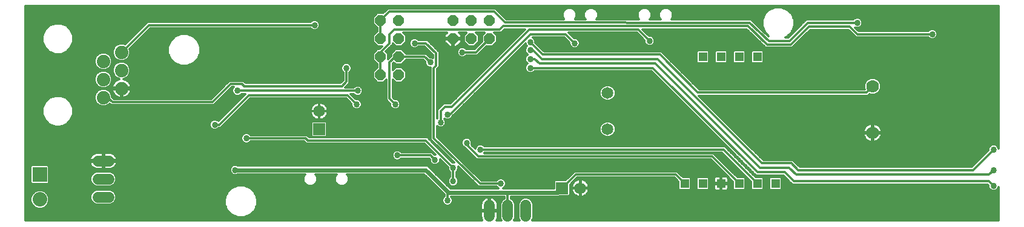
<source format=gbl>
G75*
%MOIN*%
%OFA0B0*%
%FSLAX25Y25*%
%IPPOS*%
%LPD*%
%AMOC8*
5,1,8,0,0,1.08239X$1,22.5*
%
%ADD10C,0.06500*%
%ADD11R,0.06500X0.06500*%
%ADD12C,0.07400*%
%ADD13OC8,0.06000*%
%ADD14R,0.08000X0.08000*%
%ADD15C,0.08000*%
%ADD16C,0.06000*%
%ADD17C,0.07000*%
%ADD18R,0.04724X0.04724*%
%ADD19C,0.03369*%
%ADD20C,0.01200*%
%ADD21C,0.02400*%
D10*
X0177150Y0066600D03*
X0320900Y0024100D03*
X0335900Y0056600D03*
X0335900Y0076600D03*
D11*
X0177150Y0056600D03*
X0310900Y0024100D03*
D12*
X0068400Y0079100D03*
X0058400Y0074100D03*
X0058400Y0084100D03*
X0068400Y0089100D03*
X0058400Y0094100D03*
X0068400Y0099100D03*
D13*
X0210900Y0096600D03*
X0220900Y0096600D03*
X0220900Y0086600D03*
X0210900Y0086600D03*
X0210900Y0106600D03*
X0220900Y0106600D03*
X0250900Y0106600D03*
X0260900Y0106600D03*
X0270900Y0106600D03*
X0270900Y0116600D03*
X0260900Y0116600D03*
X0250900Y0116600D03*
X0220900Y0116600D03*
X0210900Y0116600D03*
D14*
X0023400Y0031600D03*
D15*
X0023400Y0017820D03*
D16*
X0055400Y0019100D02*
X0061400Y0019100D01*
X0061400Y0029100D02*
X0055400Y0029100D01*
X0055400Y0039100D02*
X0061400Y0039100D01*
X0270900Y0014600D02*
X0270900Y0008600D01*
X0280900Y0008600D02*
X0280900Y0014600D01*
X0290900Y0014600D02*
X0290900Y0008600D01*
D17*
X0481775Y0054639D03*
X0481775Y0080229D03*
D18*
X0418400Y0096600D03*
X0408400Y0096600D03*
X0398400Y0096600D03*
X0388400Y0096600D03*
X0388400Y0026600D03*
X0378400Y0026600D03*
X0398400Y0026600D03*
X0408400Y0026600D03*
X0418400Y0026600D03*
X0428400Y0026600D03*
D19*
X0383400Y0036600D03*
X0313400Y0051600D03*
X0273400Y0049100D03*
X0265900Y0045350D03*
X0258400Y0049100D03*
X0240900Y0039725D03*
X0250900Y0035350D03*
X0268400Y0037225D03*
X0286525Y0035350D03*
X0308400Y0036600D03*
X0277150Y0026600D03*
X0250900Y0027850D03*
X0247775Y0017225D03*
X0210900Y0012850D03*
X0153400Y0021600D03*
X0130900Y0034100D03*
X0137150Y0051600D03*
X0119650Y0059100D03*
X0132150Y0077850D03*
X0192150Y0090350D03*
X0238400Y0093475D03*
X0255900Y0099100D03*
X0229650Y0104100D03*
X0174650Y0114100D03*
X0083400Y0096600D03*
X0078400Y0096600D03*
X0198400Y0077850D03*
X0197775Y0070350D03*
X0217150Y0064100D03*
X0219025Y0070350D03*
X0247775Y0064725D03*
X0244025Y0060350D03*
X0298400Y0076600D03*
X0298400Y0081600D03*
X0293400Y0090350D03*
X0293400Y0095350D03*
X0293400Y0100350D03*
X0293400Y0104725D03*
X0317775Y0104100D03*
X0359025Y0105350D03*
X0463400Y0101600D03*
X0468400Y0101600D03*
X0468400Y0096600D03*
X0463400Y0096600D03*
X0514650Y0109100D03*
X0473400Y0115350D03*
X0513400Y0066600D03*
X0513400Y0056600D03*
X0548400Y0045350D03*
X0548400Y0034100D03*
X0548400Y0025350D03*
X0220275Y0042225D03*
D20*
X0015500Y0006200D02*
X0015500Y0124451D01*
X0551221Y0124451D01*
X0551221Y0046076D01*
X0550845Y0046984D01*
X0550034Y0047795D01*
X0548974Y0048234D01*
X0547826Y0048234D01*
X0546766Y0047795D01*
X0545955Y0046984D01*
X0545516Y0045924D01*
X0545516Y0045011D01*
X0536404Y0035900D01*
X0441646Y0035900D01*
X0437896Y0039650D01*
X0421646Y0039650D01*
X0386200Y0075095D01*
X0479186Y0075095D01*
X0479978Y0075886D01*
X0480840Y0075529D01*
X0482710Y0075529D01*
X0484437Y0076245D01*
X0485759Y0077567D01*
X0486475Y0079294D01*
X0486475Y0081164D01*
X0485759Y0082892D01*
X0484437Y0084214D01*
X0482710Y0084929D01*
X0480840Y0084929D01*
X0479112Y0084214D01*
X0477790Y0082892D01*
X0477075Y0081164D01*
X0477075Y0079294D01*
X0477323Y0078695D01*
X0386350Y0078695D01*
X0366450Y0098596D01*
X0365396Y0099650D01*
X0301037Y0099650D01*
X0296284Y0104390D01*
X0296284Y0105299D01*
X0295845Y0106359D01*
X0295034Y0107170D01*
X0294720Y0107300D01*
X0312029Y0107300D01*
X0314891Y0104439D01*
X0314891Y0103526D01*
X0315330Y0102466D01*
X0316141Y0101655D01*
X0317201Y0101216D01*
X0318349Y0101216D01*
X0319409Y0101655D01*
X0320220Y0102466D01*
X0320659Y0103526D01*
X0320659Y0104674D01*
X0320220Y0105734D01*
X0319409Y0106545D01*
X0318349Y0106984D01*
X0317436Y0106984D01*
X0314621Y0109800D01*
X0352029Y0109800D01*
X0356141Y0105689D01*
X0356141Y0104776D01*
X0356580Y0103716D01*
X0357391Y0102905D01*
X0358451Y0102466D01*
X0359599Y0102466D01*
X0360659Y0102905D01*
X0361470Y0103716D01*
X0361909Y0104776D01*
X0361909Y0105924D01*
X0361470Y0106984D01*
X0360659Y0107795D01*
X0359599Y0108234D01*
X0358686Y0108234D01*
X0355194Y0111726D01*
X0412559Y0111757D01*
X0422545Y0102061D01*
X0423063Y0101543D01*
X0423079Y0101543D01*
X0423090Y0101532D01*
X0423822Y0101543D01*
X0436658Y0101543D01*
X0437392Y0101534D01*
X0437402Y0101543D01*
X0437415Y0101543D01*
X0437934Y0102062D01*
X0447504Y0111385D01*
X0468472Y0111385D01*
X0472135Y0107819D01*
X0472654Y0107300D01*
X0472669Y0107300D01*
X0472679Y0107290D01*
X0473412Y0107300D01*
X0512371Y0107300D01*
X0513016Y0106655D01*
X0514076Y0106216D01*
X0515224Y0106216D01*
X0516284Y0106655D01*
X0517095Y0107466D01*
X0517534Y0108526D01*
X0517534Y0109674D01*
X0517095Y0110734D01*
X0516284Y0111545D01*
X0515224Y0111984D01*
X0514076Y0111984D01*
X0513016Y0111545D01*
X0512371Y0110900D01*
X0474131Y0110900D01*
X0472298Y0112685D01*
X0472826Y0112466D01*
X0473974Y0112466D01*
X0475034Y0112905D01*
X0475845Y0113716D01*
X0476284Y0114776D01*
X0476284Y0115924D01*
X0475845Y0116984D01*
X0475034Y0117795D01*
X0473974Y0118234D01*
X0472826Y0118234D01*
X0471766Y0117795D01*
X0471127Y0117156D01*
X0446787Y0117223D01*
X0446783Y0117226D01*
X0446043Y0117225D01*
X0445301Y0117227D01*
X0445298Y0117223D01*
X0445292Y0117223D01*
X0444770Y0116698D01*
X0444244Y0116175D01*
X0444244Y0116170D01*
X0435356Y0107237D01*
X0433689Y0107237D01*
X0434861Y0107722D01*
X0437351Y0110212D01*
X0438698Y0113464D01*
X0438698Y0116985D01*
X0437351Y0120238D01*
X0434861Y0122727D01*
X0431608Y0124075D01*
X0428087Y0124075D01*
X0424835Y0122727D01*
X0422345Y0120238D01*
X0420998Y0116985D01*
X0420998Y0113464D01*
X0422345Y0110212D01*
X0424533Y0108024D01*
X0415408Y0116662D01*
X0414900Y0117171D01*
X0414870Y0117171D01*
X0414847Y0117192D01*
X0414129Y0117173D01*
X0371058Y0117252D01*
X0371338Y0117532D01*
X0371927Y0118955D01*
X0371927Y0120495D01*
X0371338Y0121918D01*
X0370249Y0123007D01*
X0368826Y0123597D01*
X0367285Y0123597D01*
X0365862Y0123007D01*
X0364773Y0121918D01*
X0364184Y0120495D01*
X0364184Y0118955D01*
X0364773Y0117532D01*
X0365042Y0117263D01*
X0359269Y0117274D01*
X0359527Y0117532D01*
X0360116Y0118955D01*
X0360116Y0120495D01*
X0359527Y0121918D01*
X0358438Y0123007D01*
X0357015Y0123597D01*
X0355474Y0123597D01*
X0354051Y0123007D01*
X0352962Y0121918D01*
X0352373Y0120495D01*
X0352373Y0118955D01*
X0352962Y0117532D01*
X0353209Y0117285D01*
X0329884Y0117328D01*
X0330088Y0117532D01*
X0330677Y0118955D01*
X0330677Y0120495D01*
X0330088Y0121918D01*
X0328999Y0123007D01*
X0327576Y0123597D01*
X0326035Y0123597D01*
X0324612Y0123007D01*
X0323523Y0121918D01*
X0322934Y0120495D01*
X0322934Y0118955D01*
X0323523Y0117532D01*
X0323716Y0117339D01*
X0318094Y0117350D01*
X0318277Y0117532D01*
X0318866Y0118955D01*
X0318866Y0120495D01*
X0318277Y0121918D01*
X0317188Y0123007D01*
X0315765Y0123597D01*
X0314224Y0123597D01*
X0312801Y0123007D01*
X0311712Y0121918D01*
X0311123Y0120495D01*
X0311123Y0118955D01*
X0311712Y0117532D01*
X0311883Y0117361D01*
X0280126Y0117420D01*
X0275200Y0122346D01*
X0274146Y0123400D01*
X0215154Y0123400D01*
X0212554Y0120800D01*
X0209160Y0120800D01*
X0206700Y0118340D01*
X0206700Y0114860D01*
X0209100Y0112460D01*
X0209100Y0110740D01*
X0206700Y0108340D01*
X0206700Y0104860D01*
X0209160Y0102400D01*
X0211654Y0102400D01*
X0210054Y0100800D01*
X0209160Y0100800D01*
X0206700Y0098340D01*
X0206700Y0094860D01*
X0209100Y0092460D01*
X0209100Y0090740D01*
X0206700Y0088340D01*
X0206700Y0084860D01*
X0209160Y0082400D01*
X0212640Y0082400D01*
X0214100Y0083860D01*
X0214100Y0072729D01*
X0216141Y0070689D01*
X0216141Y0069776D01*
X0216580Y0068716D01*
X0217391Y0067905D01*
X0218451Y0067466D01*
X0219599Y0067466D01*
X0220659Y0067905D01*
X0221470Y0068716D01*
X0221909Y0069776D01*
X0221909Y0070924D01*
X0221470Y0071984D01*
X0220659Y0072795D01*
X0219599Y0073234D01*
X0218686Y0073234D01*
X0217700Y0074221D01*
X0217700Y0083860D01*
X0219160Y0082400D01*
X0222640Y0082400D01*
X0225100Y0084860D01*
X0225100Y0088340D01*
X0222640Y0090800D01*
X0219160Y0090800D01*
X0217700Y0089340D01*
X0217700Y0092729D01*
X0218265Y0093295D01*
X0219160Y0092400D01*
X0222640Y0092400D01*
X0225040Y0094800D01*
X0234529Y0094800D01*
X0235516Y0093814D01*
X0235516Y0092901D01*
X0235955Y0091841D01*
X0236766Y0091030D01*
X0237826Y0090591D01*
X0238475Y0090591D01*
X0238475Y0052333D01*
X0238466Y0052323D01*
X0238475Y0051589D01*
X0238475Y0050854D01*
X0238484Y0050845D01*
X0238484Y0050832D01*
X0239010Y0050319D01*
X0239529Y0049800D01*
X0239542Y0049800D01*
X0251397Y0038234D01*
X0250561Y0038234D01*
X0236646Y0052150D01*
X0171646Y0052150D01*
X0170396Y0053400D01*
X0139429Y0053400D01*
X0138784Y0054045D01*
X0137724Y0054484D01*
X0136576Y0054484D01*
X0135516Y0054045D01*
X0134705Y0053234D01*
X0134266Y0052174D01*
X0134266Y0051026D01*
X0134705Y0049966D01*
X0135516Y0049155D01*
X0136576Y0048716D01*
X0137724Y0048716D01*
X0138784Y0049155D01*
X0139429Y0049800D01*
X0168904Y0049800D01*
X0169100Y0049604D01*
X0170154Y0048550D01*
X0235154Y0048550D01*
X0241095Y0042609D01*
X0240561Y0042609D01*
X0240200Y0042971D01*
X0239146Y0044025D01*
X0222554Y0044025D01*
X0221909Y0044670D01*
X0220849Y0045109D01*
X0219701Y0045109D01*
X0218641Y0044670D01*
X0217830Y0043859D01*
X0217391Y0042799D01*
X0217391Y0041651D01*
X0217830Y0040591D01*
X0218641Y0039780D01*
X0219701Y0039341D01*
X0220849Y0039341D01*
X0221909Y0039780D01*
X0222554Y0040425D01*
X0237654Y0040425D01*
X0238016Y0040064D01*
X0238016Y0039151D01*
X0238455Y0038091D01*
X0239266Y0037280D01*
X0240326Y0036841D01*
X0241474Y0036841D01*
X0242534Y0037280D01*
X0243345Y0038091D01*
X0243784Y0039151D01*
X0243784Y0039920D01*
X0248016Y0035689D01*
X0248016Y0034776D01*
X0248455Y0033716D01*
X0249100Y0033071D01*
X0249100Y0030129D01*
X0248455Y0029484D01*
X0248016Y0028424D01*
X0248016Y0027276D01*
X0248455Y0026216D01*
X0249266Y0025405D01*
X0250326Y0024966D01*
X0251474Y0024966D01*
X0252534Y0025405D01*
X0253345Y0026216D01*
X0253784Y0027276D01*
X0253784Y0028424D01*
X0253345Y0029484D01*
X0252700Y0030129D01*
X0252700Y0033071D01*
X0253345Y0033716D01*
X0253784Y0034776D01*
X0253784Y0035906D01*
X0264635Y0025319D01*
X0265154Y0024800D01*
X0265167Y0024800D01*
X0265177Y0024791D01*
X0265911Y0024800D01*
X0274871Y0024800D01*
X0275516Y0024155D01*
X0275890Y0024000D01*
X0249394Y0024000D01*
X0237259Y0036135D01*
X0236377Y0036500D01*
X0132579Y0036500D01*
X0132534Y0036545D01*
X0131474Y0036984D01*
X0130326Y0036984D01*
X0129266Y0036545D01*
X0128455Y0035734D01*
X0128016Y0034674D01*
X0128016Y0033526D01*
X0128455Y0032466D01*
X0129266Y0031655D01*
X0130326Y0031216D01*
X0131474Y0031216D01*
X0132534Y0031655D01*
X0132579Y0031700D01*
X0169363Y0031700D01*
X0168956Y0031293D01*
X0168367Y0029870D01*
X0168367Y0028330D01*
X0168956Y0026907D01*
X0170045Y0025818D01*
X0171468Y0025228D01*
X0173009Y0025228D01*
X0174432Y0025818D01*
X0175521Y0026907D01*
X0176110Y0028330D01*
X0176110Y0029870D01*
X0175521Y0031293D01*
X0175114Y0031700D01*
X0186686Y0031700D01*
X0186279Y0031293D01*
X0185690Y0029870D01*
X0185690Y0028330D01*
X0186279Y0026907D01*
X0187368Y0025818D01*
X0188791Y0025228D01*
X0190332Y0025228D01*
X0191755Y0025818D01*
X0192844Y0026907D01*
X0193433Y0028330D01*
X0193433Y0029870D01*
X0192844Y0031293D01*
X0192437Y0031700D01*
X0234906Y0031700D01*
X0245975Y0020631D01*
X0245975Y0019504D01*
X0245330Y0018859D01*
X0244891Y0017799D01*
X0244891Y0016651D01*
X0245330Y0015591D01*
X0246141Y0014780D01*
X0247201Y0014341D01*
X0248349Y0014341D01*
X0249409Y0014780D01*
X0250220Y0015591D01*
X0250659Y0016651D01*
X0250659Y0017799D01*
X0250220Y0018859D01*
X0249879Y0019200D01*
X0279100Y0019200D01*
X0279100Y0018400D01*
X0278521Y0018161D01*
X0277339Y0016979D01*
X0276700Y0015435D01*
X0276700Y0007765D01*
X0277339Y0006221D01*
X0277360Y0006200D01*
X0274840Y0006200D01*
X0275163Y0006834D01*
X0275387Y0007523D01*
X0275500Y0008238D01*
X0275500Y0011200D01*
X0271300Y0011200D01*
X0271300Y0012000D01*
X0270500Y0012000D01*
X0270500Y0019194D01*
X0269823Y0019087D01*
X0269134Y0018863D01*
X0268489Y0018534D01*
X0267903Y0018109D01*
X0267391Y0017597D01*
X0266966Y0017011D01*
X0266637Y0016366D01*
X0266413Y0015677D01*
X0266300Y0014962D01*
X0266300Y0012000D01*
X0270500Y0012000D01*
X0270500Y0011200D01*
X0266300Y0011200D01*
X0266300Y0008238D01*
X0266413Y0007523D01*
X0266637Y0006834D01*
X0266960Y0006200D01*
X0015500Y0006200D01*
X0015500Y0006600D02*
X0266756Y0006600D01*
X0266370Y0007799D02*
X0015500Y0007799D01*
X0015500Y0008997D02*
X0129723Y0008997D01*
X0129131Y0009242D02*
X0132384Y0007895D01*
X0135904Y0007895D01*
X0139157Y0009242D01*
X0141647Y0011732D01*
X0142994Y0014985D01*
X0142994Y0018505D01*
X0141647Y0021758D01*
X0139157Y0024248D01*
X0135904Y0025595D01*
X0132384Y0025595D01*
X0129131Y0024248D01*
X0126641Y0021758D01*
X0125294Y0018505D01*
X0125294Y0014985D01*
X0126641Y0011732D01*
X0129131Y0009242D01*
X0128178Y0010196D02*
X0015500Y0010196D01*
X0015500Y0011394D02*
X0126979Y0011394D01*
X0126285Y0012593D02*
X0015500Y0012593D01*
X0015500Y0013791D02*
X0020075Y0013791D01*
X0020454Y0013412D02*
X0022366Y0012620D01*
X0024434Y0012620D01*
X0026346Y0013412D01*
X0027808Y0014875D01*
X0028600Y0016786D01*
X0028600Y0018855D01*
X0027808Y0020766D01*
X0026346Y0022229D01*
X0024434Y0023020D01*
X0022366Y0023020D01*
X0020454Y0022229D01*
X0018992Y0020766D01*
X0018200Y0018855D01*
X0018200Y0016786D01*
X0018992Y0014875D01*
X0020454Y0013412D01*
X0018944Y0014990D02*
X0015500Y0014990D01*
X0015500Y0016188D02*
X0018448Y0016188D01*
X0018200Y0017387D02*
X0015500Y0017387D01*
X0015500Y0018585D02*
X0018200Y0018585D01*
X0018585Y0019784D02*
X0015500Y0019784D01*
X0015500Y0020982D02*
X0019208Y0020982D01*
X0020406Y0022181D02*
X0015500Y0022181D01*
X0015500Y0023379D02*
X0128262Y0023379D01*
X0127064Y0022181D02*
X0064259Y0022181D01*
X0063779Y0022661D02*
X0062235Y0023300D01*
X0054565Y0023300D01*
X0053021Y0022661D01*
X0051839Y0021479D01*
X0051200Y0019935D01*
X0051200Y0018265D01*
X0051839Y0016721D01*
X0053021Y0015539D01*
X0054565Y0014900D01*
X0062235Y0014900D01*
X0063779Y0015539D01*
X0064961Y0016721D01*
X0065600Y0018265D01*
X0065600Y0019935D01*
X0064961Y0021479D01*
X0063779Y0022661D01*
X0065166Y0020982D02*
X0126320Y0020982D01*
X0125823Y0019784D02*
X0065600Y0019784D01*
X0065600Y0018585D02*
X0125327Y0018585D01*
X0125294Y0017387D02*
X0065236Y0017387D01*
X0064428Y0016188D02*
X0125294Y0016188D01*
X0125294Y0014990D02*
X0062452Y0014990D01*
X0054348Y0014990D02*
X0027856Y0014990D01*
X0028352Y0016188D02*
X0052372Y0016188D01*
X0051564Y0017387D02*
X0028600Y0017387D01*
X0028600Y0018585D02*
X0051200Y0018585D01*
X0051200Y0019784D02*
X0028215Y0019784D01*
X0027592Y0020982D02*
X0051634Y0020982D01*
X0052541Y0022181D02*
X0026394Y0022181D01*
X0015500Y0024578D02*
X0129927Y0024578D01*
X0138360Y0024578D02*
X0242028Y0024578D01*
X0240830Y0025776D02*
X0191654Y0025776D01*
X0192872Y0026975D02*
X0239631Y0026975D01*
X0238433Y0028173D02*
X0193368Y0028173D01*
X0193433Y0029372D02*
X0237234Y0029372D01*
X0236036Y0030570D02*
X0193143Y0030570D01*
X0185980Y0030570D02*
X0175820Y0030570D01*
X0176110Y0029372D02*
X0185690Y0029372D01*
X0185755Y0028173D02*
X0176045Y0028173D01*
X0175549Y0026975D02*
X0186251Y0026975D01*
X0187469Y0025776D02*
X0174331Y0025776D01*
X0170146Y0025776D02*
X0064016Y0025776D01*
X0063779Y0025539D02*
X0064961Y0026721D01*
X0065600Y0028265D01*
X0065600Y0029935D01*
X0064961Y0031479D01*
X0063779Y0032661D01*
X0062235Y0033300D01*
X0054565Y0033300D01*
X0053021Y0032661D01*
X0051839Y0031479D01*
X0051200Y0029935D01*
X0051200Y0028265D01*
X0051839Y0026721D01*
X0053021Y0025539D01*
X0054565Y0024900D01*
X0062235Y0024900D01*
X0063779Y0025539D01*
X0065066Y0026975D02*
X0168928Y0026975D01*
X0168432Y0028173D02*
X0065562Y0028173D01*
X0065600Y0029372D02*
X0168367Y0029372D01*
X0168657Y0030570D02*
X0065337Y0030570D01*
X0064671Y0031769D02*
X0129152Y0031769D01*
X0128247Y0032967D02*
X0063039Y0032967D01*
X0062477Y0034613D02*
X0063166Y0034837D01*
X0063811Y0035166D01*
X0064397Y0035591D01*
X0064909Y0036103D01*
X0065334Y0036689D01*
X0065663Y0037334D01*
X0065887Y0038023D01*
X0065994Y0038700D01*
X0058800Y0038700D01*
X0058800Y0039500D01*
X0058000Y0039500D01*
X0058000Y0043700D01*
X0055038Y0043700D01*
X0054323Y0043587D01*
X0053634Y0043363D01*
X0052989Y0043034D01*
X0052403Y0042609D01*
X0051891Y0042097D01*
X0051466Y0041511D01*
X0051137Y0040866D01*
X0050913Y0040177D01*
X0050806Y0039500D01*
X0058000Y0039500D01*
X0058000Y0038700D01*
X0058800Y0038700D01*
X0058800Y0034500D01*
X0061762Y0034500D01*
X0062477Y0034613D01*
X0064084Y0035364D02*
X0128302Y0035364D01*
X0128016Y0034166D02*
X0028600Y0034166D01*
X0028600Y0035364D02*
X0052716Y0035364D01*
X0052989Y0035166D02*
X0053634Y0034837D01*
X0054323Y0034613D01*
X0055038Y0034500D01*
X0058000Y0034500D01*
X0058000Y0038700D01*
X0050806Y0038700D01*
X0050913Y0038023D01*
X0051137Y0037334D01*
X0051466Y0036689D01*
X0051891Y0036103D01*
X0052403Y0035591D01*
X0052989Y0035166D01*
X0051557Y0036563D02*
X0028134Y0036563D01*
X0027897Y0036800D02*
X0018903Y0036800D01*
X0018200Y0036097D01*
X0018200Y0027103D01*
X0018903Y0026400D01*
X0027897Y0026400D01*
X0028600Y0027103D01*
X0028600Y0036097D01*
X0027897Y0036800D01*
X0018666Y0036563D02*
X0015500Y0036563D01*
X0015500Y0037761D02*
X0050998Y0037761D01*
X0050910Y0040158D02*
X0015500Y0040158D01*
X0015500Y0038960D02*
X0058000Y0038960D01*
X0058800Y0038960D02*
X0238095Y0038960D01*
X0237921Y0040158D02*
X0222287Y0040158D01*
X0218263Y0040158D02*
X0065890Y0040158D01*
X0065887Y0040177D02*
X0065663Y0040866D01*
X0065334Y0041511D01*
X0064909Y0042097D01*
X0064397Y0042609D01*
X0063811Y0043034D01*
X0063166Y0043363D01*
X0062477Y0043587D01*
X0061762Y0043700D01*
X0058800Y0043700D01*
X0058800Y0039500D01*
X0065994Y0039500D01*
X0065887Y0040177D01*
X0065413Y0041357D02*
X0217513Y0041357D01*
X0217391Y0042555D02*
X0064450Y0042555D01*
X0058800Y0042555D02*
X0058000Y0042555D01*
X0058000Y0041357D02*
X0058800Y0041357D01*
X0058800Y0040158D02*
X0058000Y0040158D01*
X0058000Y0037761D02*
X0058800Y0037761D01*
X0058800Y0036563D02*
X0058000Y0036563D01*
X0058000Y0035364D02*
X0058800Y0035364D01*
X0065243Y0036563D02*
X0129309Y0036563D01*
X0132491Y0036563D02*
X0247142Y0036563D01*
X0248016Y0035364D02*
X0238030Y0035364D01*
X0239228Y0034166D02*
X0248269Y0034166D01*
X0249100Y0032967D02*
X0240427Y0032967D01*
X0241625Y0031769D02*
X0249100Y0031769D01*
X0249100Y0030570D02*
X0242824Y0030570D01*
X0244022Y0029372D02*
X0248408Y0029372D01*
X0248016Y0028173D02*
X0245221Y0028173D01*
X0246419Y0026975D02*
X0248141Y0026975D01*
X0247618Y0025776D02*
X0248895Y0025776D01*
X0248816Y0024578D02*
X0275093Y0024578D01*
X0278410Y0024000D02*
X0278784Y0024155D01*
X0279595Y0024966D01*
X0280034Y0026026D01*
X0280034Y0027174D01*
X0279595Y0028234D01*
X0278784Y0029045D01*
X0277724Y0029484D01*
X0276576Y0029484D01*
X0275516Y0029045D01*
X0274871Y0028400D01*
X0266633Y0028400D01*
X0242075Y0052359D01*
X0242075Y0058221D01*
X0242391Y0057905D01*
X0243451Y0057466D01*
X0244599Y0057466D01*
X0245659Y0057905D01*
X0246470Y0058716D01*
X0246909Y0059776D01*
X0246909Y0060924D01*
X0246470Y0061984D01*
X0246197Y0062257D01*
X0247201Y0061841D01*
X0248349Y0061841D01*
X0249409Y0062280D01*
X0250220Y0063091D01*
X0250420Y0063575D01*
X0290657Y0103811D01*
X0290955Y0103091D01*
X0291509Y0102537D01*
X0290955Y0101984D01*
X0290516Y0100924D01*
X0290516Y0099776D01*
X0290955Y0098716D01*
X0291766Y0097905D01*
X0291899Y0097850D01*
X0291766Y0097795D01*
X0290955Y0096984D01*
X0290516Y0095924D01*
X0290516Y0094776D01*
X0290955Y0093716D01*
X0291766Y0092905D01*
X0291899Y0092850D01*
X0291766Y0092795D01*
X0290955Y0091984D01*
X0290516Y0090924D01*
X0290516Y0089776D01*
X0290955Y0088716D01*
X0291766Y0087905D01*
X0292826Y0087466D01*
X0293974Y0087466D01*
X0295034Y0087905D01*
X0295679Y0088550D01*
X0360154Y0088550D01*
X0416600Y0032104D01*
X0417654Y0031050D01*
X0432654Y0031050D01*
X0436600Y0027104D01*
X0437654Y0026050D01*
X0545154Y0026050D01*
X0545516Y0025689D01*
X0545516Y0024776D01*
X0545955Y0023716D01*
X0546766Y0022905D01*
X0547826Y0022466D01*
X0548974Y0022466D01*
X0550034Y0022905D01*
X0550845Y0023716D01*
X0551221Y0024624D01*
X0551221Y0006200D01*
X0294440Y0006200D01*
X0294461Y0006221D01*
X0295100Y0007765D01*
X0295100Y0015435D01*
X0294461Y0016979D01*
X0293279Y0018161D01*
X0291735Y0018800D01*
X0290065Y0018800D01*
X0288521Y0018161D01*
X0287339Y0016979D01*
X0286700Y0015435D01*
X0286700Y0007765D01*
X0287339Y0006221D01*
X0287360Y0006200D01*
X0284440Y0006200D01*
X0284461Y0006221D01*
X0285100Y0007765D01*
X0285100Y0015435D01*
X0284461Y0016979D01*
X0283279Y0018161D01*
X0282700Y0018400D01*
X0282700Y0019200D01*
X0308877Y0019200D01*
X0309759Y0019565D01*
X0309844Y0019650D01*
X0314647Y0019650D01*
X0315350Y0020353D01*
X0315350Y0026004D01*
X0319146Y0029800D01*
X0372654Y0029800D01*
X0374838Y0027617D01*
X0374838Y0023741D01*
X0375541Y0023038D01*
X0381259Y0023038D01*
X0381962Y0023741D01*
X0381962Y0029459D01*
X0381259Y0030162D01*
X0377383Y0030162D01*
X0375200Y0032346D01*
X0374146Y0033400D01*
X0317654Y0033400D01*
X0312804Y0028550D01*
X0307153Y0028550D01*
X0306450Y0027847D01*
X0306450Y0024000D01*
X0278410Y0024000D01*
X0279207Y0024578D02*
X0306450Y0024578D01*
X0306450Y0025776D02*
X0279931Y0025776D01*
X0280034Y0026975D02*
X0306450Y0026975D01*
X0306776Y0028173D02*
X0279620Y0028173D01*
X0277995Y0029372D02*
X0313626Y0029372D01*
X0314825Y0030570D02*
X0264408Y0030570D01*
X0265637Y0029372D02*
X0276305Y0029372D01*
X0277150Y0026600D02*
X0265900Y0026600D01*
X0240275Y0051600D01*
X0240275Y0090350D01*
X0241525Y0091600D01*
X0241525Y0098475D01*
X0235900Y0104100D01*
X0229650Y0104100D01*
X0231929Y0102300D02*
X0235154Y0102300D01*
X0239725Y0097729D01*
X0239725Y0096048D01*
X0238974Y0096359D01*
X0238061Y0096359D01*
X0236021Y0098400D01*
X0225040Y0098400D01*
X0222640Y0100800D01*
X0219160Y0100800D01*
X0216700Y0098340D01*
X0216700Y0096821D01*
X0215154Y0095275D01*
X0215100Y0095221D01*
X0215100Y0098340D01*
X0213893Y0099547D01*
X0216646Y0102300D01*
X0217700Y0103354D01*
X0217700Y0103860D01*
X0219160Y0102400D01*
X0222640Y0102400D01*
X0225100Y0104860D01*
X0225100Y0108340D01*
X0223640Y0109800D01*
X0247595Y0109800D01*
X0246300Y0108505D01*
X0246300Y0107000D01*
X0250500Y0107000D01*
X0250500Y0106200D01*
X0251300Y0106200D01*
X0251300Y0107000D01*
X0255500Y0107000D01*
X0255500Y0108505D01*
X0254205Y0109800D01*
X0258160Y0109800D01*
X0256700Y0108340D01*
X0256700Y0104860D01*
X0259160Y0102400D01*
X0262640Y0102400D01*
X0265100Y0104860D01*
X0265100Y0108340D01*
X0263640Y0109800D01*
X0268160Y0109800D01*
X0266700Y0108340D01*
X0266700Y0104946D01*
X0262654Y0100900D01*
X0258179Y0100900D01*
X0257534Y0101545D01*
X0256474Y0101984D01*
X0255326Y0101984D01*
X0254266Y0101545D01*
X0253455Y0100734D01*
X0253016Y0099674D01*
X0253016Y0098526D01*
X0253455Y0097466D01*
X0254266Y0096655D01*
X0255326Y0096216D01*
X0256474Y0096216D01*
X0257534Y0096655D01*
X0258179Y0097300D01*
X0264146Y0097300D01*
X0269246Y0102400D01*
X0272640Y0102400D01*
X0275100Y0104860D01*
X0275100Y0108340D01*
X0273640Y0109800D01*
X0275798Y0109800D01*
X0275811Y0109787D01*
X0276541Y0109800D01*
X0277271Y0109800D01*
X0277284Y0109813D01*
X0277302Y0109813D01*
X0277809Y0110338D01*
X0278325Y0110854D01*
X0278325Y0110873D01*
X0279110Y0111686D01*
X0290322Y0111692D01*
X0249529Y0070900D01*
X0245779Y0070900D01*
X0244725Y0069846D01*
X0242225Y0067346D01*
X0242225Y0062629D01*
X0242075Y0062479D01*
X0242075Y0089604D01*
X0242271Y0089800D01*
X0243325Y0090854D01*
X0243325Y0099221D01*
X0236646Y0105900D01*
X0231929Y0105900D01*
X0231284Y0106545D01*
X0230224Y0106984D01*
X0229076Y0106984D01*
X0228016Y0106545D01*
X0227205Y0105734D01*
X0226766Y0104674D01*
X0226766Y0103526D01*
X0227205Y0102466D01*
X0228016Y0101655D01*
X0229076Y0101216D01*
X0230224Y0101216D01*
X0231284Y0101655D01*
X0231929Y0102300D01*
X0230385Y0101282D02*
X0236172Y0101282D01*
X0237371Y0100084D02*
X0223356Y0100084D01*
X0224554Y0098885D02*
X0238569Y0098885D01*
X0239725Y0097687D02*
X0236734Y0097687D01*
X0237932Y0096488D02*
X0239725Y0096488D01*
X0238400Y0093475D02*
X0235275Y0096600D01*
X0220900Y0096600D01*
X0219025Y0096600D01*
X0215900Y0093475D01*
X0215900Y0073475D01*
X0219025Y0070350D01*
X0221745Y0071320D02*
X0238475Y0071320D01*
X0238475Y0072518D02*
X0220936Y0072518D01*
X0221909Y0070121D02*
X0238475Y0070121D01*
X0238475Y0068923D02*
X0221556Y0068923D01*
X0220222Y0067724D02*
X0238475Y0067724D01*
X0238475Y0066526D02*
X0177239Y0066526D01*
X0177239Y0066511D02*
X0177239Y0066689D01*
X0177061Y0066689D01*
X0177061Y0071450D01*
X0176768Y0071450D01*
X0176014Y0071331D01*
X0175288Y0071095D01*
X0174608Y0070748D01*
X0173990Y0070299D01*
X0173451Y0069760D01*
X0173002Y0069142D01*
X0172655Y0068462D01*
X0172419Y0067736D01*
X0172300Y0066982D01*
X0172300Y0066689D01*
X0177061Y0066689D01*
X0177061Y0066511D01*
X0172300Y0066511D01*
X0172300Y0066218D01*
X0172419Y0065464D01*
X0172655Y0064738D01*
X0173002Y0064058D01*
X0173451Y0063440D01*
X0173990Y0062901D01*
X0174608Y0062452D01*
X0175288Y0062105D01*
X0176014Y0061869D01*
X0176768Y0061750D01*
X0177061Y0061750D01*
X0177061Y0066511D01*
X0177239Y0066511D01*
X0182000Y0066511D01*
X0182000Y0066218D01*
X0181881Y0065464D01*
X0181645Y0064738D01*
X0181298Y0064058D01*
X0180849Y0063440D01*
X0180310Y0062901D01*
X0179692Y0062452D01*
X0179012Y0062105D01*
X0178286Y0061869D01*
X0177532Y0061750D01*
X0177239Y0061750D01*
X0177239Y0066511D01*
X0177239Y0066689D02*
X0182000Y0066689D01*
X0182000Y0066982D01*
X0181881Y0067736D01*
X0181645Y0068462D01*
X0181298Y0069142D01*
X0180849Y0069760D01*
X0180310Y0070299D01*
X0179692Y0070748D01*
X0179012Y0071095D01*
X0178286Y0071331D01*
X0177532Y0071450D01*
X0177239Y0071450D01*
X0177239Y0066689D01*
X0177061Y0066526D02*
X0132121Y0066526D01*
X0133320Y0067724D02*
X0172418Y0067724D01*
X0172890Y0068923D02*
X0134518Y0068923D01*
X0135717Y0070121D02*
X0173812Y0070121D01*
X0175981Y0071320D02*
X0136915Y0071320D01*
X0138114Y0072518D02*
X0193061Y0072518D01*
X0192029Y0073550D02*
X0194891Y0070689D01*
X0194891Y0069776D01*
X0195330Y0068716D01*
X0196141Y0067905D01*
X0197201Y0067466D01*
X0198349Y0067466D01*
X0199409Y0067905D01*
X0200220Y0068716D01*
X0200659Y0069776D01*
X0200659Y0070924D01*
X0200220Y0071984D01*
X0199409Y0072795D01*
X0198349Y0073234D01*
X0197436Y0073234D01*
X0194621Y0076050D01*
X0196121Y0076050D01*
X0196766Y0075405D01*
X0197826Y0074966D01*
X0198974Y0074966D01*
X0200034Y0075405D01*
X0200845Y0076216D01*
X0201284Y0077276D01*
X0201284Y0078424D01*
X0200845Y0079484D01*
X0200034Y0080295D01*
X0198974Y0080734D01*
X0197826Y0080734D01*
X0196766Y0080295D01*
X0196121Y0079650D01*
X0191496Y0079650D01*
X0192896Y0081050D01*
X0193950Y0082104D01*
X0193950Y0088071D01*
X0194595Y0088716D01*
X0195034Y0089776D01*
X0195034Y0090924D01*
X0194595Y0091984D01*
X0193784Y0092795D01*
X0192724Y0093234D01*
X0191576Y0093234D01*
X0190516Y0092795D01*
X0189705Y0091984D01*
X0189266Y0090924D01*
X0189266Y0089776D01*
X0189705Y0088716D01*
X0190350Y0088071D01*
X0190350Y0083596D01*
X0188904Y0082150D01*
X0136646Y0082150D01*
X0135396Y0083400D01*
X0127654Y0083400D01*
X0126600Y0082346D01*
X0117654Y0073400D01*
X0064146Y0073400D01*
X0063300Y0074246D01*
X0063300Y0075075D01*
X0062554Y0076876D01*
X0061176Y0078254D01*
X0059375Y0079000D01*
X0057425Y0079000D01*
X0055624Y0078254D01*
X0054246Y0076876D01*
X0053500Y0075075D01*
X0053500Y0073125D01*
X0054246Y0071324D01*
X0055624Y0069946D01*
X0057425Y0069200D01*
X0059375Y0069200D01*
X0061176Y0069946D01*
X0061842Y0070612D01*
X0062654Y0069800D01*
X0119146Y0069800D01*
X0129146Y0079800D01*
X0130021Y0079800D01*
X0129705Y0079484D01*
X0129266Y0078424D01*
X0129266Y0077276D01*
X0129705Y0076216D01*
X0130516Y0075405D01*
X0131576Y0074966D01*
X0132724Y0074966D01*
X0133784Y0075405D01*
X0134429Y0076050D01*
X0136554Y0076050D01*
X0121667Y0061162D01*
X0121284Y0061545D01*
X0120224Y0061984D01*
X0119076Y0061984D01*
X0118016Y0061545D01*
X0117205Y0060734D01*
X0116766Y0059674D01*
X0116766Y0058526D01*
X0117205Y0057466D01*
X0118016Y0056655D01*
X0119076Y0056216D01*
X0120224Y0056216D01*
X0121284Y0056655D01*
X0121929Y0057300D01*
X0122896Y0057300D01*
X0139146Y0073550D01*
X0192029Y0073550D01*
X0192775Y0075350D02*
X0197775Y0070350D01*
X0200495Y0071320D02*
X0215510Y0071320D01*
X0216141Y0070121D02*
X0200659Y0070121D01*
X0200306Y0068923D02*
X0216494Y0068923D01*
X0217828Y0067724D02*
X0198972Y0067724D01*
X0196578Y0067724D02*
X0181882Y0067724D01*
X0181410Y0068923D02*
X0195244Y0068923D01*
X0194891Y0070121D02*
X0180488Y0070121D01*
X0178319Y0071320D02*
X0194260Y0071320D01*
X0196954Y0073717D02*
X0214100Y0073717D01*
X0214100Y0074915D02*
X0195755Y0074915D01*
X0192775Y0075350D02*
X0138400Y0075350D01*
X0122150Y0059100D01*
X0119650Y0059100D01*
X0116927Y0058136D02*
X0035178Y0058136D01*
X0035091Y0058100D02*
X0038215Y0059394D01*
X0040606Y0061785D01*
X0041900Y0064909D01*
X0041900Y0068291D01*
X0040606Y0071415D01*
X0038215Y0073806D01*
X0035091Y0075100D01*
X0031709Y0075100D01*
X0028585Y0073806D01*
X0026194Y0071415D01*
X0024900Y0068291D01*
X0024900Y0064909D01*
X0026194Y0061785D01*
X0028585Y0059394D01*
X0031709Y0058100D01*
X0035091Y0058100D01*
X0038071Y0059334D02*
X0116766Y0059334D01*
X0117122Y0060533D02*
X0039354Y0060533D01*
X0040552Y0061732D02*
X0118466Y0061732D01*
X0120834Y0061732D02*
X0122236Y0061732D01*
X0123434Y0062930D02*
X0041080Y0062930D01*
X0041577Y0064129D02*
X0124633Y0064129D01*
X0125831Y0065327D02*
X0041900Y0065327D01*
X0041900Y0066526D02*
X0127030Y0066526D01*
X0128229Y0067724D02*
X0041900Y0067724D01*
X0041638Y0068923D02*
X0129427Y0068923D01*
X0130626Y0070121D02*
X0119467Y0070121D01*
X0120665Y0071320D02*
X0131824Y0071320D01*
X0133023Y0072518D02*
X0121864Y0072518D01*
X0123062Y0073717D02*
X0134221Y0073717D01*
X0135420Y0074915D02*
X0124261Y0074915D01*
X0125459Y0076114D02*
X0129807Y0076114D01*
X0129266Y0077312D02*
X0126658Y0077312D01*
X0127856Y0078511D02*
X0129302Y0078511D01*
X0129055Y0079709D02*
X0129930Y0079709D01*
X0132150Y0077850D02*
X0198400Y0077850D01*
X0200620Y0079709D02*
X0214100Y0079709D01*
X0214100Y0078511D02*
X0201248Y0078511D01*
X0201284Y0077312D02*
X0214100Y0077312D01*
X0214100Y0076114D02*
X0200743Y0076114D01*
X0196180Y0079709D02*
X0191555Y0079709D01*
X0192753Y0080908D02*
X0214100Y0080908D01*
X0214100Y0082106D02*
X0193950Y0082106D01*
X0193950Y0083305D02*
X0208256Y0083305D01*
X0207057Y0084503D02*
X0193950Y0084503D01*
X0193950Y0085702D02*
X0206700Y0085702D01*
X0206700Y0086900D02*
X0193950Y0086900D01*
X0193978Y0088099D02*
X0206700Y0088099D01*
X0207658Y0089297D02*
X0194836Y0089297D01*
X0195034Y0090496D02*
X0208856Y0090496D01*
X0209100Y0091694D02*
X0194715Y0091694D01*
X0193548Y0092893D02*
X0208667Y0092893D01*
X0207469Y0094091D02*
X0109012Y0094091D01*
X0107832Y0092912D02*
X0110322Y0095401D01*
X0111669Y0098654D01*
X0111669Y0102175D01*
X0110322Y0105428D01*
X0107832Y0107917D01*
X0104580Y0109265D01*
X0101059Y0109265D01*
X0097806Y0107917D01*
X0095317Y0105428D01*
X0093969Y0102175D01*
X0093969Y0098654D01*
X0095317Y0095401D01*
X0097806Y0092912D01*
X0101059Y0091565D01*
X0104580Y0091565D01*
X0107832Y0092912D01*
X0107786Y0092893D02*
X0190752Y0092893D01*
X0189585Y0091694D02*
X0104893Y0091694D01*
X0100746Y0091694D02*
X0072629Y0091694D01*
X0072554Y0091876D02*
X0071176Y0093254D01*
X0069375Y0094000D01*
X0067425Y0094000D01*
X0065624Y0093254D01*
X0064246Y0091876D01*
X0063500Y0090075D01*
X0063500Y0088125D01*
X0064246Y0086324D01*
X0065624Y0084946D01*
X0067230Y0084281D01*
X0067159Y0084269D01*
X0066366Y0084012D01*
X0065622Y0083633D01*
X0064947Y0083143D01*
X0064357Y0082553D01*
X0063867Y0081878D01*
X0063488Y0081134D01*
X0063230Y0080341D01*
X0063100Y0079517D01*
X0063100Y0079500D01*
X0068000Y0079500D01*
X0068000Y0078700D01*
X0063100Y0078700D01*
X0063100Y0078683D01*
X0063230Y0077859D01*
X0063488Y0077066D01*
X0063867Y0076322D01*
X0064357Y0075647D01*
X0064947Y0075057D01*
X0065622Y0074567D01*
X0066366Y0074188D01*
X0067159Y0073930D01*
X0067983Y0073800D01*
X0068000Y0073800D01*
X0068000Y0078700D01*
X0068800Y0078700D01*
X0068800Y0079500D01*
X0073700Y0079500D01*
X0073700Y0079517D01*
X0073569Y0080341D01*
X0073312Y0081134D01*
X0072933Y0081878D01*
X0072443Y0082553D01*
X0071853Y0083143D01*
X0071178Y0083633D01*
X0070434Y0084012D01*
X0069641Y0084269D01*
X0069570Y0084281D01*
X0071176Y0084946D01*
X0072554Y0086324D01*
X0073300Y0088125D01*
X0073300Y0090075D01*
X0072554Y0091876D01*
X0071537Y0092893D02*
X0097852Y0092893D01*
X0096627Y0094091D02*
X0063300Y0094091D01*
X0063300Y0093125D02*
X0062554Y0091324D01*
X0061176Y0089946D01*
X0059375Y0089200D01*
X0057425Y0089200D01*
X0055624Y0089946D01*
X0054246Y0091324D01*
X0053500Y0093125D01*
X0053500Y0095075D01*
X0054246Y0096876D01*
X0055624Y0098254D01*
X0057425Y0099000D01*
X0059375Y0099000D01*
X0061176Y0098254D01*
X0062554Y0096876D01*
X0063300Y0095075D01*
X0063300Y0093125D01*
X0063204Y0092893D02*
X0065263Y0092893D01*
X0064171Y0091694D02*
X0062707Y0091694D01*
X0063674Y0090496D02*
X0061725Y0090496D01*
X0063500Y0089297D02*
X0059610Y0089297D01*
X0059375Y0089000D02*
X0057425Y0089000D01*
X0055624Y0088254D01*
X0054246Y0086876D01*
X0053500Y0085075D01*
X0053500Y0083125D01*
X0054246Y0081324D01*
X0055624Y0079946D01*
X0057425Y0079200D01*
X0059375Y0079200D01*
X0061176Y0079946D01*
X0062554Y0081324D01*
X0063300Y0083125D01*
X0063300Y0085075D01*
X0062554Y0086876D01*
X0061176Y0088254D01*
X0059375Y0089000D01*
X0061331Y0088099D02*
X0063511Y0088099D01*
X0064007Y0086900D02*
X0062529Y0086900D01*
X0063040Y0085702D02*
X0064869Y0085702D01*
X0063300Y0084503D02*
X0066693Y0084503D01*
X0065170Y0083305D02*
X0063300Y0083305D01*
X0062878Y0082106D02*
X0064033Y0082106D01*
X0063415Y0080908D02*
X0062137Y0080908D01*
X0063130Y0079709D02*
X0060604Y0079709D01*
X0060556Y0078511D02*
X0063127Y0078511D01*
X0063408Y0077312D02*
X0062117Y0077312D01*
X0062870Y0076114D02*
X0064019Y0076114D01*
X0063300Y0074915D02*
X0065143Y0074915D01*
X0063829Y0073717D02*
X0117971Y0073717D01*
X0119170Y0074915D02*
X0071657Y0074915D01*
X0071853Y0075057D02*
X0072443Y0075647D01*
X0072933Y0076322D01*
X0073312Y0077066D01*
X0073569Y0077859D01*
X0073700Y0078683D01*
X0073700Y0078700D01*
X0068800Y0078700D01*
X0068800Y0073800D01*
X0068817Y0073800D01*
X0069641Y0073930D01*
X0070434Y0074188D01*
X0071178Y0074567D01*
X0071853Y0075057D01*
X0072781Y0076114D02*
X0120368Y0076114D01*
X0121567Y0077312D02*
X0073392Y0077312D01*
X0073673Y0078511D02*
X0122765Y0078511D01*
X0123964Y0079709D02*
X0073670Y0079709D01*
X0073385Y0080908D02*
X0125162Y0080908D01*
X0126361Y0082106D02*
X0072767Y0082106D01*
X0071630Y0083305D02*
X0127559Y0083305D01*
X0128400Y0081600D02*
X0134650Y0081600D01*
X0135900Y0080350D01*
X0189650Y0080350D01*
X0192150Y0082850D01*
X0192150Y0090350D01*
X0189464Y0089297D02*
X0073300Y0089297D01*
X0073289Y0088099D02*
X0190322Y0088099D01*
X0190350Y0086900D02*
X0072793Y0086900D01*
X0071931Y0085702D02*
X0190350Y0085702D01*
X0190350Y0084503D02*
X0070107Y0084503D01*
X0057190Y0089297D02*
X0015500Y0089297D01*
X0015500Y0088099D02*
X0055469Y0088099D01*
X0054271Y0086900D02*
X0015500Y0086900D01*
X0015500Y0085702D02*
X0053760Y0085702D01*
X0053500Y0084503D02*
X0015500Y0084503D01*
X0015500Y0083305D02*
X0053500Y0083305D01*
X0053922Y0082106D02*
X0015500Y0082106D01*
X0015500Y0080908D02*
X0054663Y0080908D01*
X0056196Y0079709D02*
X0015500Y0079709D01*
X0015500Y0078511D02*
X0056244Y0078511D01*
X0054683Y0077312D02*
X0015500Y0077312D01*
X0015500Y0076114D02*
X0053930Y0076114D01*
X0053500Y0074915D02*
X0035537Y0074915D01*
X0038304Y0073717D02*
X0053500Y0073717D01*
X0053752Y0072518D02*
X0039503Y0072518D01*
X0040645Y0071320D02*
X0054251Y0071320D01*
X0055449Y0070121D02*
X0041142Y0070121D01*
X0028496Y0073717D02*
X0015500Y0073717D01*
X0015500Y0074915D02*
X0031263Y0074915D01*
X0027297Y0072518D02*
X0015500Y0072518D01*
X0015500Y0071320D02*
X0026155Y0071320D01*
X0025658Y0070121D02*
X0015500Y0070121D01*
X0015500Y0068923D02*
X0025162Y0068923D01*
X0024900Y0067724D02*
X0015500Y0067724D01*
X0015500Y0066526D02*
X0024900Y0066526D01*
X0024900Y0065327D02*
X0015500Y0065327D01*
X0015500Y0064129D02*
X0025223Y0064129D01*
X0025720Y0062930D02*
X0015500Y0062930D01*
X0015500Y0061732D02*
X0026248Y0061732D01*
X0027446Y0060533D02*
X0015500Y0060533D01*
X0015500Y0059334D02*
X0028729Y0059334D01*
X0031622Y0058136D02*
X0015500Y0058136D01*
X0015500Y0056937D02*
X0117734Y0056937D01*
X0121566Y0056937D02*
X0172700Y0056937D01*
X0172700Y0055739D02*
X0015500Y0055739D01*
X0015500Y0054540D02*
X0172700Y0054540D01*
X0172700Y0053342D02*
X0170454Y0053342D01*
X0169650Y0051600D02*
X0170900Y0050350D01*
X0235900Y0050350D01*
X0250900Y0035350D01*
X0250900Y0027850D01*
X0253659Y0026975D02*
X0262938Y0026975D01*
X0261710Y0028173D02*
X0253784Y0028173D01*
X0253392Y0029372D02*
X0260481Y0029372D01*
X0259253Y0030570D02*
X0252700Y0030570D01*
X0252700Y0031769D02*
X0258024Y0031769D01*
X0256796Y0032967D02*
X0252700Y0032967D01*
X0253531Y0034166D02*
X0255567Y0034166D01*
X0254339Y0035364D02*
X0253784Y0035364D01*
X0258266Y0036563D02*
X0395892Y0036563D01*
X0397090Y0035364D02*
X0259494Y0035364D01*
X0260723Y0034166D02*
X0398289Y0034166D01*
X0399487Y0032967D02*
X0374578Y0032967D01*
X0375777Y0031769D02*
X0400686Y0031769D01*
X0400973Y0030562D02*
X0398587Y0030562D01*
X0398587Y0026787D01*
X0402362Y0026787D01*
X0402362Y0029173D01*
X0402253Y0029580D01*
X0402043Y0029945D01*
X0401745Y0030243D01*
X0401380Y0030453D01*
X0400973Y0030562D01*
X0401884Y0030570D02*
X0376975Y0030570D01*
X0373400Y0031600D02*
X0318400Y0031600D01*
X0310900Y0024100D01*
X0315350Y0024578D02*
X0316065Y0024578D01*
X0316050Y0024482D02*
X0316050Y0024189D01*
X0320811Y0024189D01*
X0320811Y0028950D01*
X0320518Y0028950D01*
X0319764Y0028831D01*
X0319038Y0028595D01*
X0318358Y0028248D01*
X0317740Y0027799D01*
X0317201Y0027260D01*
X0316752Y0026642D01*
X0316405Y0025962D01*
X0316169Y0025236D01*
X0316050Y0024482D01*
X0316050Y0024011D02*
X0316050Y0023718D01*
X0316169Y0022964D01*
X0316405Y0022238D01*
X0316752Y0021558D01*
X0317201Y0020940D01*
X0317740Y0020401D01*
X0318358Y0019952D01*
X0319038Y0019605D01*
X0319764Y0019369D01*
X0320518Y0019250D01*
X0320811Y0019250D01*
X0320811Y0024011D01*
X0320989Y0024011D01*
X0320989Y0024189D01*
X0325750Y0024189D01*
X0325750Y0024482D01*
X0325631Y0025236D01*
X0325395Y0025962D01*
X0325048Y0026642D01*
X0324599Y0027260D01*
X0324060Y0027799D01*
X0323442Y0028248D01*
X0322762Y0028595D01*
X0322036Y0028831D01*
X0321282Y0028950D01*
X0320989Y0028950D01*
X0320989Y0024189D01*
X0320811Y0024189D01*
X0320811Y0024011D01*
X0316050Y0024011D01*
X0316104Y0023379D02*
X0315350Y0023379D01*
X0315350Y0022181D02*
X0316435Y0022181D01*
X0317170Y0020982D02*
X0315350Y0020982D01*
X0314781Y0019784D02*
X0318688Y0019784D01*
X0320811Y0019784D02*
X0320989Y0019784D01*
X0320989Y0019250D02*
X0321282Y0019250D01*
X0322036Y0019369D01*
X0322762Y0019605D01*
X0323442Y0019952D01*
X0324060Y0020401D01*
X0324599Y0020940D01*
X0325048Y0021558D01*
X0325395Y0022238D01*
X0325631Y0022964D01*
X0325750Y0023718D01*
X0325750Y0024011D01*
X0320989Y0024011D01*
X0320989Y0019250D01*
X0320989Y0020982D02*
X0320811Y0020982D01*
X0320811Y0022181D02*
X0320989Y0022181D01*
X0320989Y0023379D02*
X0320811Y0023379D01*
X0320811Y0024578D02*
X0320989Y0024578D01*
X0320989Y0025776D02*
X0320811Y0025776D01*
X0320811Y0026975D02*
X0320989Y0026975D01*
X0320989Y0028173D02*
X0320811Y0028173D01*
X0318717Y0029372D02*
X0373083Y0029372D01*
X0374281Y0028173D02*
X0323545Y0028173D01*
X0324806Y0026975D02*
X0374838Y0026975D01*
X0374838Y0025776D02*
X0325455Y0025776D01*
X0325735Y0024578D02*
X0374838Y0024578D01*
X0375199Y0023379D02*
X0325696Y0023379D01*
X0325365Y0022181D02*
X0551221Y0022181D01*
X0551221Y0023379D02*
X0550508Y0023379D01*
X0551202Y0024578D02*
X0551221Y0024578D01*
X0548400Y0025350D02*
X0545900Y0027850D01*
X0438400Y0027850D01*
X0433400Y0032850D01*
X0418400Y0032850D01*
X0360900Y0090350D01*
X0293400Y0090350D01*
X0290714Y0089297D02*
X0276143Y0089297D01*
X0274944Y0088099D02*
X0291572Y0088099D01*
X0295228Y0088099D02*
X0360606Y0088099D01*
X0361804Y0086900D02*
X0273746Y0086900D01*
X0272547Y0085702D02*
X0363003Y0085702D01*
X0364201Y0084503D02*
X0271349Y0084503D01*
X0270150Y0083305D02*
X0365400Y0083305D01*
X0366598Y0082106D02*
X0268952Y0082106D01*
X0267753Y0080908D02*
X0334671Y0080908D01*
X0335015Y0081050D02*
X0333379Y0080373D01*
X0332127Y0079121D01*
X0331450Y0077485D01*
X0331450Y0075715D01*
X0332127Y0074079D01*
X0333379Y0072827D01*
X0335015Y0072150D01*
X0336785Y0072150D01*
X0338421Y0072827D01*
X0339673Y0074079D01*
X0340350Y0075715D01*
X0340350Y0077485D01*
X0339673Y0079121D01*
X0338421Y0080373D01*
X0336785Y0081050D01*
X0335015Y0081050D01*
X0337129Y0080908D02*
X0367797Y0080908D01*
X0368995Y0079709D02*
X0339084Y0079709D01*
X0339925Y0078511D02*
X0370194Y0078511D01*
X0371392Y0077312D02*
X0340350Y0077312D01*
X0340350Y0076114D02*
X0372591Y0076114D01*
X0373789Y0074915D02*
X0340019Y0074915D01*
X0339310Y0073717D02*
X0374988Y0073717D01*
X0376186Y0072518D02*
X0337674Y0072518D01*
X0334126Y0072518D02*
X0259364Y0072518D01*
X0260562Y0073717D02*
X0332490Y0073717D01*
X0331781Y0074915D02*
X0261761Y0074915D01*
X0262959Y0076114D02*
X0331450Y0076114D01*
X0331450Y0077312D02*
X0264158Y0077312D01*
X0265356Y0078511D02*
X0331875Y0078511D01*
X0332716Y0079709D02*
X0266555Y0079709D01*
X0259537Y0080908D02*
X0242075Y0080908D01*
X0242075Y0082106D02*
X0260736Y0082106D01*
X0261934Y0083305D02*
X0242075Y0083305D01*
X0242075Y0084503D02*
X0263133Y0084503D01*
X0264331Y0085702D02*
X0242075Y0085702D01*
X0242075Y0086900D02*
X0265530Y0086900D01*
X0266728Y0088099D02*
X0242075Y0088099D01*
X0242075Y0089297D02*
X0267927Y0089297D01*
X0269125Y0090496D02*
X0242966Y0090496D01*
X0243325Y0091694D02*
X0270324Y0091694D01*
X0271522Y0092893D02*
X0243325Y0092893D01*
X0243325Y0094091D02*
X0272721Y0094091D01*
X0273919Y0095290D02*
X0243325Y0095290D01*
X0243325Y0096488D02*
X0254668Y0096488D01*
X0253363Y0097687D02*
X0243325Y0097687D01*
X0243325Y0098885D02*
X0253016Y0098885D01*
X0253186Y0100084D02*
X0242462Y0100084D01*
X0241263Y0101282D02*
X0254003Y0101282D01*
X0252805Y0102000D02*
X0255500Y0104695D01*
X0255500Y0106200D01*
X0251300Y0106200D01*
X0251300Y0102000D01*
X0252805Y0102000D01*
X0253286Y0102481D02*
X0259079Y0102481D01*
X0257881Y0103679D02*
X0254485Y0103679D01*
X0255500Y0104878D02*
X0256700Y0104878D01*
X0256700Y0106076D02*
X0255500Y0106076D01*
X0255500Y0107275D02*
X0256700Y0107275D01*
X0256834Y0108473D02*
X0255500Y0108473D01*
X0254333Y0109672D02*
X0258032Y0109672D01*
X0263768Y0109672D02*
X0268032Y0109672D01*
X0266834Y0108473D02*
X0264966Y0108473D01*
X0265100Y0107275D02*
X0266700Y0107275D01*
X0266700Y0106076D02*
X0265100Y0106076D01*
X0265100Y0104878D02*
X0266632Y0104878D01*
X0265434Y0103679D02*
X0263919Y0103679D01*
X0264235Y0102481D02*
X0262721Y0102481D01*
X0263037Y0101282D02*
X0257797Y0101282D01*
X0255900Y0099100D02*
X0263400Y0099100D01*
X0270900Y0106600D01*
X0275100Y0106076D02*
X0284706Y0106076D01*
X0283507Y0104878D02*
X0275100Y0104878D01*
X0273919Y0103679D02*
X0282309Y0103679D01*
X0281110Y0102481D02*
X0272721Y0102481D01*
X0268128Y0101282D02*
X0279912Y0101282D01*
X0278713Y0100084D02*
X0266929Y0100084D01*
X0265731Y0098885D02*
X0277515Y0098885D01*
X0276316Y0097687D02*
X0264532Y0097687D01*
X0257132Y0096488D02*
X0275118Y0096488D01*
X0282135Y0095290D02*
X0290516Y0095290D01*
X0290750Y0096488D02*
X0283334Y0096488D01*
X0284532Y0097687D02*
X0291658Y0097687D01*
X0290885Y0098885D02*
X0285731Y0098885D01*
X0286929Y0100084D02*
X0290516Y0100084D01*
X0290664Y0101282D02*
X0288128Y0101282D01*
X0289326Y0102481D02*
X0291452Y0102481D01*
X0290711Y0103679D02*
X0290525Y0103679D01*
X0293400Y0104725D02*
X0300292Y0097850D01*
X0364650Y0097850D01*
X0385605Y0076895D01*
X0478441Y0076895D01*
X0481775Y0080229D01*
X0486150Y0078511D02*
X0551221Y0078511D01*
X0551221Y0079709D02*
X0486475Y0079709D01*
X0486475Y0080908D02*
X0551221Y0080908D01*
X0551221Y0082106D02*
X0486085Y0082106D01*
X0485346Y0083305D02*
X0551221Y0083305D01*
X0551221Y0084503D02*
X0483738Y0084503D01*
X0479811Y0084503D02*
X0380542Y0084503D01*
X0379344Y0085702D02*
X0551221Y0085702D01*
X0551221Y0086900D02*
X0378145Y0086900D01*
X0376947Y0088099D02*
X0551221Y0088099D01*
X0551221Y0089297D02*
X0375748Y0089297D01*
X0374550Y0090496D02*
X0551221Y0090496D01*
X0551221Y0091694D02*
X0373351Y0091694D01*
X0372153Y0092893D02*
X0551221Y0092893D01*
X0551221Y0094091D02*
X0421962Y0094091D01*
X0421962Y0093741D02*
X0421259Y0093038D01*
X0415541Y0093038D01*
X0414838Y0093741D01*
X0414838Y0099459D01*
X0415541Y0100162D01*
X0421259Y0100162D01*
X0421962Y0099459D01*
X0421962Y0093741D01*
X0421962Y0095290D02*
X0551221Y0095290D01*
X0551221Y0096488D02*
X0421962Y0096488D01*
X0421962Y0097687D02*
X0551221Y0097687D01*
X0551221Y0098885D02*
X0421962Y0098885D01*
X0421338Y0100084D02*
X0551221Y0100084D01*
X0551221Y0101282D02*
X0318510Y0101282D01*
X0317040Y0101282D02*
X0299400Y0101282D01*
X0300602Y0100084D02*
X0385462Y0100084D01*
X0385541Y0100162D02*
X0384838Y0099459D01*
X0384838Y0093741D01*
X0385541Y0093038D01*
X0391259Y0093038D01*
X0391962Y0093741D01*
X0391962Y0099459D01*
X0391259Y0100162D01*
X0385541Y0100162D01*
X0384838Y0098885D02*
X0366160Y0098885D01*
X0366450Y0098596D02*
X0366450Y0098596D01*
X0367359Y0097687D02*
X0384838Y0097687D01*
X0384838Y0096488D02*
X0368557Y0096488D01*
X0369756Y0095290D02*
X0384838Y0095290D01*
X0384838Y0094091D02*
X0370954Y0094091D01*
X0363400Y0095350D02*
X0420900Y0037850D01*
X0437150Y0037850D01*
X0440900Y0034100D01*
X0537150Y0034100D01*
X0548400Y0045350D01*
X0550480Y0047349D02*
X0551221Y0047349D01*
X0551190Y0046151D02*
X0551221Y0046151D01*
X0546320Y0047349D02*
X0413946Y0047349D01*
X0415145Y0046151D02*
X0545610Y0046151D01*
X0545457Y0044952D02*
X0416343Y0044952D01*
X0417542Y0043754D02*
X0544258Y0043754D01*
X0543060Y0042555D02*
X0418740Y0042555D01*
X0419939Y0041357D02*
X0541861Y0041357D01*
X0540663Y0040158D02*
X0421137Y0040158D01*
X0412142Y0036563D02*
X0410983Y0036563D01*
X0410943Y0037761D02*
X0409784Y0037761D01*
X0409745Y0038960D02*
X0408586Y0038960D01*
X0408546Y0040158D02*
X0407387Y0040158D01*
X0407348Y0041357D02*
X0406189Y0041357D01*
X0406149Y0042555D02*
X0404990Y0042555D01*
X0404951Y0043754D02*
X0403792Y0043754D01*
X0403752Y0044952D02*
X0402593Y0044952D01*
X0402554Y0046151D02*
X0401395Y0046151D01*
X0401355Y0047349D02*
X0267980Y0047349D01*
X0268179Y0047150D02*
X0267534Y0047795D01*
X0266474Y0048234D01*
X0265326Y0048234D01*
X0264266Y0047795D01*
X0263455Y0046984D01*
X0263016Y0045924D01*
X0263016Y0045780D01*
X0260987Y0047809D01*
X0261284Y0048526D01*
X0261284Y0049674D01*
X0260845Y0050734D01*
X0260034Y0051545D01*
X0258974Y0051984D01*
X0257826Y0051984D01*
X0256766Y0051545D01*
X0255955Y0050734D01*
X0255516Y0049674D01*
X0255516Y0048526D01*
X0255955Y0047466D01*
X0256766Y0046655D01*
X0257250Y0046454D01*
X0263904Y0039800D01*
X0392654Y0039800D01*
X0404838Y0027617D01*
X0404838Y0023741D01*
X0405541Y0023038D01*
X0411259Y0023038D01*
X0411962Y0023741D01*
X0411962Y0029459D01*
X0411259Y0030162D01*
X0407383Y0030162D01*
X0394146Y0043400D01*
X0268029Y0043400D01*
X0268179Y0043550D01*
X0398904Y0043550D01*
X0414838Y0027617D01*
X0414838Y0023741D01*
X0415541Y0023038D01*
X0421259Y0023038D01*
X0421962Y0023741D01*
X0421962Y0029459D01*
X0421259Y0030162D01*
X0417383Y0030162D01*
X0400396Y0047150D01*
X0268179Y0047150D01*
X0265900Y0045350D02*
X0399650Y0045350D01*
X0418400Y0026600D01*
X0421962Y0026975D02*
X0424838Y0026975D01*
X0424838Y0028173D02*
X0421962Y0028173D01*
X0421962Y0029372D02*
X0424838Y0029372D01*
X0424838Y0029459D02*
X0424838Y0023741D01*
X0425541Y0023038D01*
X0431259Y0023038D01*
X0431962Y0023741D01*
X0431962Y0029459D01*
X0431259Y0030162D01*
X0425541Y0030162D01*
X0424838Y0029459D01*
X0431962Y0029372D02*
X0434333Y0029372D01*
X0435531Y0028173D02*
X0431962Y0028173D01*
X0431962Y0026975D02*
X0436730Y0026975D01*
X0431962Y0025776D02*
X0545428Y0025776D01*
X0545598Y0024578D02*
X0431962Y0024578D01*
X0431601Y0023379D02*
X0546292Y0023379D01*
X0551221Y0020982D02*
X0324630Y0020982D01*
X0323112Y0019784D02*
X0551221Y0019784D01*
X0551221Y0018585D02*
X0292254Y0018585D01*
X0294053Y0017387D02*
X0551221Y0017387D01*
X0551221Y0016188D02*
X0294788Y0016188D01*
X0295100Y0014990D02*
X0551221Y0014990D01*
X0551221Y0013791D02*
X0295100Y0013791D01*
X0295100Y0012593D02*
X0551221Y0012593D01*
X0551221Y0011394D02*
X0295100Y0011394D01*
X0295100Y0010196D02*
X0551221Y0010196D01*
X0551221Y0008997D02*
X0295100Y0008997D01*
X0295100Y0007799D02*
X0551221Y0007799D01*
X0551221Y0006600D02*
X0294618Y0006600D01*
X0287182Y0006600D02*
X0284618Y0006600D01*
X0285100Y0007799D02*
X0286700Y0007799D01*
X0286700Y0008997D02*
X0285100Y0008997D01*
X0285100Y0010196D02*
X0286700Y0010196D01*
X0286700Y0011394D02*
X0285100Y0011394D01*
X0285100Y0012593D02*
X0286700Y0012593D01*
X0286700Y0013791D02*
X0285100Y0013791D01*
X0285100Y0014990D02*
X0286700Y0014990D01*
X0287012Y0016188D02*
X0284788Y0016188D01*
X0284053Y0017387D02*
X0287747Y0017387D01*
X0289546Y0018585D02*
X0282700Y0018585D01*
X0279100Y0018585D02*
X0273211Y0018585D01*
X0273311Y0018534D02*
X0272666Y0018863D01*
X0271977Y0019087D01*
X0271300Y0019194D01*
X0271300Y0012000D01*
X0275500Y0012000D01*
X0275500Y0014962D01*
X0275387Y0015677D01*
X0275163Y0016366D01*
X0274834Y0017011D01*
X0274409Y0017597D01*
X0273897Y0018109D01*
X0273311Y0018534D01*
X0274561Y0017387D02*
X0277747Y0017387D01*
X0277012Y0016188D02*
X0275221Y0016188D01*
X0275496Y0014990D02*
X0276700Y0014990D01*
X0276700Y0013791D02*
X0275500Y0013791D01*
X0275500Y0012593D02*
X0276700Y0012593D01*
X0276700Y0011394D02*
X0271300Y0011394D01*
X0270500Y0011394D02*
X0141309Y0011394D01*
X0142003Y0012593D02*
X0266300Y0012593D01*
X0266300Y0013791D02*
X0142500Y0013791D01*
X0142994Y0014990D02*
X0245931Y0014990D01*
X0245083Y0016188D02*
X0142994Y0016188D01*
X0142994Y0017387D02*
X0244891Y0017387D01*
X0245216Y0018585D02*
X0142961Y0018585D01*
X0142464Y0019784D02*
X0245975Y0019784D01*
X0245624Y0020982D02*
X0141968Y0020982D01*
X0141224Y0022181D02*
X0244425Y0022181D01*
X0243227Y0023379D02*
X0140026Y0023379D01*
X0125788Y0013791D02*
X0026725Y0013791D01*
X0015500Y0025776D02*
X0052784Y0025776D01*
X0051734Y0026975D02*
X0028472Y0026975D01*
X0028600Y0028173D02*
X0051238Y0028173D01*
X0051200Y0029372D02*
X0028600Y0029372D01*
X0028600Y0030570D02*
X0051463Y0030570D01*
X0052129Y0031769D02*
X0028600Y0031769D01*
X0028600Y0032967D02*
X0053761Y0032967D01*
X0065802Y0037761D02*
X0238785Y0037761D01*
X0240900Y0039725D02*
X0238400Y0042225D01*
X0220275Y0042225D01*
X0221227Y0044952D02*
X0238752Y0044952D01*
X0239417Y0043754D02*
X0239951Y0043754D01*
X0240200Y0042971D02*
X0240200Y0042971D01*
X0243843Y0044952D02*
X0244511Y0044952D01*
X0245042Y0043754D02*
X0245740Y0043754D01*
X0246240Y0042555D02*
X0246968Y0042555D01*
X0247439Y0041357D02*
X0248197Y0041357D01*
X0248637Y0040158D02*
X0249425Y0040158D01*
X0249836Y0038960D02*
X0250654Y0038960D01*
X0254580Y0040158D02*
X0263546Y0040158D01*
X0262348Y0041357D02*
X0253352Y0041357D01*
X0252123Y0042555D02*
X0261149Y0042555D01*
X0259951Y0043754D02*
X0250895Y0043754D01*
X0249666Y0044952D02*
X0258752Y0044952D01*
X0257554Y0046151D02*
X0248438Y0046151D01*
X0247209Y0047349D02*
X0256072Y0047349D01*
X0255516Y0048548D02*
X0245981Y0048548D01*
X0244753Y0049746D02*
X0255546Y0049746D01*
X0256166Y0050945D02*
X0243524Y0050945D01*
X0242296Y0052143D02*
X0396561Y0052143D01*
X0397759Y0050945D02*
X0260634Y0050945D01*
X0261254Y0049746D02*
X0398958Y0049746D01*
X0400157Y0048548D02*
X0261284Y0048548D01*
X0261446Y0047349D02*
X0263820Y0047349D01*
X0263110Y0046151D02*
X0262645Y0046151D01*
X0258400Y0047850D02*
X0264650Y0041600D01*
X0393400Y0041600D01*
X0408400Y0026600D01*
X0411962Y0026975D02*
X0414838Y0026975D01*
X0414838Y0025776D02*
X0411962Y0025776D01*
X0411962Y0024578D02*
X0414838Y0024578D01*
X0415199Y0023379D02*
X0411601Y0023379D01*
X0405199Y0023379D02*
X0402114Y0023379D01*
X0402043Y0023255D02*
X0402253Y0023620D01*
X0402362Y0024027D01*
X0402362Y0026413D01*
X0398587Y0026413D01*
X0398587Y0022638D01*
X0400973Y0022638D01*
X0401380Y0022747D01*
X0401745Y0022957D01*
X0402043Y0023255D01*
X0402362Y0024578D02*
X0404838Y0024578D01*
X0404838Y0025776D02*
X0402362Y0025776D01*
X0402362Y0026975D02*
X0404838Y0026975D01*
X0404281Y0028173D02*
X0402362Y0028173D01*
X0402309Y0029372D02*
X0403083Y0029372D01*
X0405777Y0031769D02*
X0410686Y0031769D01*
X0411884Y0030570D02*
X0406975Y0030570D01*
X0404578Y0032967D02*
X0409487Y0032967D01*
X0408289Y0034166D02*
X0403380Y0034166D01*
X0402181Y0035364D02*
X0407090Y0035364D01*
X0405892Y0036563D02*
X0400983Y0036563D01*
X0399784Y0037761D02*
X0404693Y0037761D01*
X0403495Y0038960D02*
X0398586Y0038960D01*
X0397387Y0040158D02*
X0402296Y0040158D01*
X0401098Y0041357D02*
X0396189Y0041357D01*
X0394990Y0042555D02*
X0399899Y0042555D01*
X0394693Y0037761D02*
X0257037Y0037761D01*
X0255809Y0038960D02*
X0393495Y0038960D01*
X0412181Y0035364D02*
X0413340Y0035364D01*
X0413380Y0034166D02*
X0414539Y0034166D01*
X0414578Y0032967D02*
X0415737Y0032967D01*
X0415777Y0031769D02*
X0416936Y0031769D01*
X0416975Y0030570D02*
X0433134Y0030570D01*
X0435900Y0035350D02*
X0439650Y0031600D01*
X0545900Y0031600D01*
X0548400Y0034100D01*
X0537067Y0036563D02*
X0440983Y0036563D01*
X0439784Y0037761D02*
X0538266Y0037761D01*
X0539464Y0038960D02*
X0438586Y0038960D01*
X0435900Y0035350D02*
X0419650Y0035350D01*
X0362150Y0092850D01*
X0298400Y0092850D01*
X0295900Y0095350D01*
X0293400Y0095350D01*
X0290799Y0094091D02*
X0280937Y0094091D01*
X0279738Y0092893D02*
X0291795Y0092893D01*
X0290835Y0091694D02*
X0278540Y0091694D01*
X0277341Y0090496D02*
X0290516Y0090496D01*
X0299650Y0095350D02*
X0363400Y0095350D01*
X0359635Y0102481D02*
X0422113Y0102481D01*
X0420879Y0103679D02*
X0361433Y0103679D01*
X0361909Y0104878D02*
X0419644Y0104878D01*
X0418410Y0106076D02*
X0361846Y0106076D01*
X0361179Y0107275D02*
X0417175Y0107275D01*
X0415941Y0108473D02*
X0358447Y0108473D01*
X0357249Y0109672D02*
X0414706Y0109672D01*
X0413472Y0110870D02*
X0356050Y0110870D01*
X0352775Y0111600D02*
X0359025Y0105350D01*
X0356141Y0104878D02*
X0320575Y0104878D01*
X0320659Y0103679D02*
X0356617Y0103679D01*
X0358415Y0102481D02*
X0320226Y0102481D01*
X0317775Y0104100D02*
X0312775Y0109100D01*
X0293400Y0109100D01*
X0249025Y0064725D01*
X0247775Y0064725D01*
X0250059Y0062930D02*
X0385774Y0062930D01*
X0384576Y0064129D02*
X0250974Y0064129D01*
X0252173Y0065327D02*
X0383377Y0065327D01*
X0382179Y0066526D02*
X0253371Y0066526D01*
X0254570Y0067724D02*
X0380980Y0067724D01*
X0379782Y0068923D02*
X0255768Y0068923D01*
X0256967Y0070121D02*
X0378583Y0070121D01*
X0377385Y0071320D02*
X0258165Y0071320D01*
X0252346Y0073717D02*
X0242075Y0073717D01*
X0242075Y0074915D02*
X0253545Y0074915D01*
X0254743Y0076114D02*
X0242075Y0076114D01*
X0242075Y0077312D02*
X0255942Y0077312D01*
X0257140Y0078511D02*
X0242075Y0078511D01*
X0242075Y0079709D02*
X0258339Y0079709D01*
X0238475Y0079709D02*
X0217700Y0079709D01*
X0217700Y0078511D02*
X0238475Y0078511D01*
X0238475Y0077312D02*
X0217700Y0077312D01*
X0217700Y0076114D02*
X0238475Y0076114D01*
X0238475Y0074915D02*
X0217700Y0074915D01*
X0218204Y0073717D02*
X0238475Y0073717D01*
X0242075Y0072518D02*
X0251148Y0072518D01*
X0249949Y0071320D02*
X0242075Y0071320D01*
X0242075Y0070121D02*
X0245001Y0070121D01*
X0243802Y0068923D02*
X0242075Y0068923D01*
X0242075Y0067724D02*
X0242603Y0067724D01*
X0242225Y0066526D02*
X0242075Y0066526D01*
X0242075Y0065327D02*
X0242225Y0065327D01*
X0242225Y0064129D02*
X0242075Y0064129D01*
X0242075Y0062930D02*
X0242225Y0062930D01*
X0238475Y0062930D02*
X0180339Y0062930D01*
X0181334Y0064129D02*
X0238475Y0064129D01*
X0238475Y0065327D02*
X0181836Y0065327D01*
X0177239Y0065327D02*
X0177061Y0065327D01*
X0177061Y0064129D02*
X0177239Y0064129D01*
X0177239Y0062930D02*
X0177061Y0062930D01*
X0173961Y0062930D02*
X0128526Y0062930D01*
X0129724Y0064129D02*
X0172966Y0064129D01*
X0172464Y0065327D02*
X0130923Y0065327D01*
X0127327Y0061732D02*
X0238475Y0061732D01*
X0238475Y0060533D02*
X0181414Y0060533D01*
X0181600Y0060347D02*
X0180897Y0061050D01*
X0173403Y0061050D01*
X0172700Y0060347D01*
X0172700Y0052853D01*
X0173403Y0052150D01*
X0180897Y0052150D01*
X0181600Y0052853D01*
X0181600Y0060347D01*
X0181600Y0059334D02*
X0238475Y0059334D01*
X0238475Y0058136D02*
X0181600Y0058136D01*
X0181600Y0056937D02*
X0238475Y0056937D01*
X0238475Y0055739D02*
X0181600Y0055739D01*
X0181600Y0054540D02*
X0238475Y0054540D01*
X0238475Y0053342D02*
X0181600Y0053342D01*
X0169650Y0051600D02*
X0137150Y0051600D01*
X0139375Y0049746D02*
X0168958Y0049746D01*
X0172700Y0058136D02*
X0123732Y0058136D01*
X0124930Y0059334D02*
X0172700Y0059334D01*
X0172886Y0060533D02*
X0126129Y0060533D01*
X0134813Y0053342D02*
X0015500Y0053342D01*
X0015500Y0052143D02*
X0134266Y0052143D01*
X0134299Y0050945D02*
X0015500Y0050945D01*
X0015500Y0049746D02*
X0134925Y0049746D01*
X0177061Y0067724D02*
X0177239Y0067724D01*
X0177239Y0068923D02*
X0177061Y0068923D01*
X0177061Y0070121D02*
X0177239Y0070121D01*
X0177239Y0071320D02*
X0177061Y0071320D01*
X0199686Y0072518D02*
X0214311Y0072518D01*
X0244025Y0066600D02*
X0246525Y0069100D01*
X0250275Y0069100D01*
X0292775Y0111600D01*
X0352775Y0111600D01*
X0352157Y0109672D02*
X0314749Y0109672D01*
X0315947Y0108473D02*
X0353356Y0108473D01*
X0354554Y0107275D02*
X0317146Y0107275D01*
X0319877Y0106076D02*
X0355753Y0106076D01*
X0391338Y0100084D02*
X0395462Y0100084D01*
X0395541Y0100162D02*
X0394838Y0099459D01*
X0394838Y0093741D01*
X0395541Y0093038D01*
X0401259Y0093038D01*
X0401962Y0093741D01*
X0401962Y0099459D01*
X0401259Y0100162D01*
X0395541Y0100162D01*
X0394838Y0098885D02*
X0391962Y0098885D01*
X0391962Y0097687D02*
X0394838Y0097687D01*
X0394838Y0096488D02*
X0391962Y0096488D01*
X0391962Y0095290D02*
X0394838Y0095290D01*
X0394838Y0094091D02*
X0391962Y0094091D01*
X0401962Y0094091D02*
X0404838Y0094091D01*
X0404838Y0093741D02*
X0405541Y0093038D01*
X0411259Y0093038D01*
X0411962Y0093741D01*
X0411962Y0099459D01*
X0411259Y0100162D01*
X0405541Y0100162D01*
X0404838Y0099459D01*
X0404838Y0093741D01*
X0404838Y0095290D02*
X0401962Y0095290D01*
X0401962Y0096488D02*
X0404838Y0096488D01*
X0404838Y0097687D02*
X0401962Y0097687D01*
X0401962Y0098885D02*
X0404838Y0098885D01*
X0405462Y0100084D02*
X0401338Y0100084D01*
X0411338Y0100084D02*
X0415462Y0100084D01*
X0414838Y0098885D02*
X0411962Y0098885D01*
X0411962Y0097687D02*
X0414838Y0097687D01*
X0414838Y0096488D02*
X0411962Y0096488D01*
X0411962Y0095290D02*
X0414838Y0095290D01*
X0414838Y0094091D02*
X0411962Y0094091D01*
X0438364Y0102481D02*
X0551221Y0102481D01*
X0551221Y0103679D02*
X0439594Y0103679D01*
X0440825Y0104878D02*
X0551221Y0104878D01*
X0551221Y0106076D02*
X0442055Y0106076D01*
X0443285Y0107275D02*
X0512396Y0107275D01*
X0516904Y0107275D02*
X0551221Y0107275D01*
X0551221Y0108473D02*
X0517512Y0108473D01*
X0517534Y0109672D02*
X0551221Y0109672D01*
X0551221Y0110870D02*
X0516958Y0110870D01*
X0514650Y0109100D02*
X0473400Y0109100D01*
X0469203Y0113185D01*
X0446772Y0113185D01*
X0436670Y0103343D01*
X0423809Y0103343D01*
X0413289Y0113557D01*
X0278346Y0113486D01*
X0276525Y0111600D01*
X0218400Y0111600D01*
X0215900Y0109100D01*
X0215900Y0104100D01*
X0210900Y0099100D01*
X0210900Y0096600D01*
X0210900Y0086600D01*
X0213544Y0083305D02*
X0214100Y0083305D01*
X0217700Y0083305D02*
X0218256Y0083305D01*
X0217700Y0082106D02*
X0238475Y0082106D01*
X0238475Y0080908D02*
X0217700Y0080908D01*
X0223544Y0083305D02*
X0238475Y0083305D01*
X0238475Y0084503D02*
X0224743Y0084503D01*
X0225100Y0085702D02*
X0238475Y0085702D01*
X0238475Y0086900D02*
X0225100Y0086900D01*
X0225100Y0088099D02*
X0238475Y0088099D01*
X0238475Y0089297D02*
X0224142Y0089297D01*
X0222944Y0090496D02*
X0238475Y0090496D01*
X0236102Y0091694D02*
X0217700Y0091694D01*
X0217700Y0090496D02*
X0218856Y0090496D01*
X0218667Y0092893D02*
X0217863Y0092893D01*
X0215169Y0095290D02*
X0215100Y0095290D01*
X0215100Y0096488D02*
X0216368Y0096488D01*
X0216700Y0097687D02*
X0215100Y0097687D01*
X0214554Y0098885D02*
X0217246Y0098885D01*
X0218444Y0100084D02*
X0214429Y0100084D01*
X0215628Y0101282D02*
X0228915Y0101282D01*
X0227199Y0102481D02*
X0222721Y0102481D01*
X0223919Y0103679D02*
X0226766Y0103679D01*
X0226850Y0104878D02*
X0225100Y0104878D01*
X0225100Y0106076D02*
X0227548Y0106076D01*
X0225100Y0107275D02*
X0246300Y0107275D01*
X0246300Y0106200D02*
X0246300Y0104695D01*
X0248995Y0102000D01*
X0250500Y0102000D01*
X0250500Y0106200D01*
X0246300Y0106200D01*
X0246300Y0106076D02*
X0231752Y0106076D01*
X0237668Y0104878D02*
X0246300Y0104878D01*
X0247315Y0103679D02*
X0238866Y0103679D01*
X0240065Y0102481D02*
X0248514Y0102481D01*
X0250500Y0102481D02*
X0251300Y0102481D01*
X0251300Y0103679D02*
X0250500Y0103679D01*
X0250500Y0104878D02*
X0251300Y0104878D01*
X0251300Y0106076D02*
X0250500Y0106076D01*
X0246300Y0108473D02*
X0224966Y0108473D01*
X0223768Y0109672D02*
X0247467Y0109672D01*
X0273768Y0109672D02*
X0288301Y0109672D01*
X0287103Y0108473D02*
X0274966Y0108473D01*
X0275100Y0107275D02*
X0285904Y0107275D01*
X0294781Y0107275D02*
X0312054Y0107275D01*
X0313253Y0106076D02*
X0295962Y0106076D01*
X0296284Y0104878D02*
X0314451Y0104878D01*
X0314891Y0103679D02*
X0296997Y0103679D01*
X0298199Y0102481D02*
X0315324Y0102481D01*
X0299650Y0095350D02*
X0294650Y0100350D01*
X0293400Y0100350D01*
X0289500Y0110870D02*
X0278325Y0110870D01*
X0279379Y0115621D02*
X0273400Y0121600D01*
X0215900Y0121600D01*
X0210900Y0116600D01*
X0210900Y0106600D01*
X0206700Y0106076D02*
X0109673Y0106076D01*
X0110550Y0104878D02*
X0206700Y0104878D01*
X0207881Y0103679D02*
X0111046Y0103679D01*
X0111543Y0102481D02*
X0209079Y0102481D01*
X0210537Y0101282D02*
X0111669Y0101282D01*
X0111669Y0100084D02*
X0208444Y0100084D01*
X0207246Y0098885D02*
X0111669Y0098885D01*
X0111269Y0097687D02*
X0206700Y0097687D01*
X0206700Y0096488D02*
X0110772Y0096488D01*
X0110210Y0095290D02*
X0206700Y0095290D01*
X0223133Y0092893D02*
X0235519Y0092893D01*
X0235238Y0094091D02*
X0224331Y0094091D01*
X0219079Y0102481D02*
X0216826Y0102481D01*
X0217700Y0103679D02*
X0217881Y0103679D01*
X0206700Y0107275D02*
X0108475Y0107275D01*
X0106490Y0108473D02*
X0206834Y0108473D01*
X0208032Y0109672D02*
X0081518Y0109672D01*
X0082716Y0110870D02*
X0209100Y0110870D01*
X0209100Y0112069D02*
X0176698Y0112069D01*
X0177095Y0112466D02*
X0177534Y0113526D01*
X0177534Y0114674D01*
X0177095Y0115734D01*
X0176284Y0116545D01*
X0175224Y0116984D01*
X0174076Y0116984D01*
X0173016Y0116545D01*
X0172371Y0115900D01*
X0082654Y0115900D01*
X0070350Y0103596D01*
X0069375Y0104000D01*
X0067425Y0104000D01*
X0065624Y0103254D01*
X0064246Y0101876D01*
X0063500Y0100075D01*
X0063500Y0098125D01*
X0064246Y0096324D01*
X0065624Y0094946D01*
X0067425Y0094200D01*
X0069375Y0094200D01*
X0071176Y0094946D01*
X0072554Y0096324D01*
X0073300Y0098125D01*
X0073300Y0100075D01*
X0072896Y0101050D01*
X0084146Y0112300D01*
X0172371Y0112300D01*
X0173016Y0111655D01*
X0174076Y0111216D01*
X0175224Y0111216D01*
X0176284Y0111655D01*
X0177095Y0112466D01*
X0177427Y0113268D02*
X0208293Y0113268D01*
X0207094Y0114466D02*
X0177534Y0114466D01*
X0177124Y0115665D02*
X0206700Y0115665D01*
X0206700Y0116863D02*
X0175516Y0116863D01*
X0173784Y0116863D02*
X0015500Y0116863D01*
X0015500Y0115665D02*
X0082419Y0115665D01*
X0081220Y0114466D02*
X0036621Y0114466D01*
X0035091Y0115100D02*
X0038215Y0113806D01*
X0040606Y0111415D01*
X0041900Y0108291D01*
X0041900Y0104909D01*
X0040606Y0101785D01*
X0038215Y0099394D01*
X0035091Y0098100D01*
X0031709Y0098100D01*
X0028585Y0099394D01*
X0026194Y0101785D01*
X0024900Y0104909D01*
X0024900Y0108291D01*
X0026194Y0111415D01*
X0028585Y0113806D01*
X0031709Y0115100D01*
X0035091Y0115100D01*
X0038753Y0113268D02*
X0080022Y0113268D01*
X0078823Y0112069D02*
X0039952Y0112069D01*
X0040831Y0110870D02*
X0077625Y0110870D01*
X0076426Y0109672D02*
X0041328Y0109672D01*
X0041824Y0108473D02*
X0075228Y0108473D01*
X0074029Y0107275D02*
X0041900Y0107275D01*
X0041900Y0106076D02*
X0072831Y0106076D01*
X0071632Y0104878D02*
X0041887Y0104878D01*
X0041391Y0103679D02*
X0066651Y0103679D01*
X0064851Y0102481D02*
X0040894Y0102481D01*
X0040103Y0101282D02*
X0064000Y0101282D01*
X0063504Y0100084D02*
X0038905Y0100084D01*
X0036987Y0098885D02*
X0057149Y0098885D01*
X0055057Y0097687D02*
X0015500Y0097687D01*
X0015500Y0098885D02*
X0029813Y0098885D01*
X0027895Y0100084D02*
X0015500Y0100084D01*
X0015500Y0101282D02*
X0026697Y0101282D01*
X0025906Y0102481D02*
X0015500Y0102481D01*
X0015500Y0103679D02*
X0025409Y0103679D01*
X0024913Y0104878D02*
X0015500Y0104878D01*
X0015500Y0106076D02*
X0024900Y0106076D01*
X0024900Y0107275D02*
X0015500Y0107275D01*
X0015500Y0108473D02*
X0024976Y0108473D01*
X0025472Y0109672D02*
X0015500Y0109672D01*
X0015500Y0110870D02*
X0025969Y0110870D01*
X0026848Y0112069D02*
X0015500Y0112069D01*
X0015500Y0113268D02*
X0028047Y0113268D01*
X0030179Y0114466D02*
X0015500Y0114466D01*
X0015500Y0118062D02*
X0206700Y0118062D01*
X0207620Y0119260D02*
X0015500Y0119260D01*
X0015500Y0120459D02*
X0208819Y0120459D01*
X0213412Y0121657D02*
X0015500Y0121657D01*
X0015500Y0122856D02*
X0214610Y0122856D01*
X0174650Y0114100D02*
X0083400Y0114100D01*
X0068400Y0099100D01*
X0073300Y0098885D02*
X0093969Y0098885D01*
X0093969Y0100084D02*
X0073296Y0100084D01*
X0073128Y0101282D02*
X0093969Y0101282D01*
X0094096Y0102481D02*
X0074326Y0102481D01*
X0075525Y0103679D02*
X0094592Y0103679D01*
X0095089Y0104878D02*
X0076723Y0104878D01*
X0077922Y0106076D02*
X0095965Y0106076D01*
X0097164Y0107275D02*
X0079121Y0107275D01*
X0080319Y0108473D02*
X0099149Y0108473D01*
X0083915Y0112069D02*
X0172602Y0112069D01*
X0095428Y0095290D02*
X0071519Y0095290D01*
X0072622Y0096488D02*
X0094866Y0096488D01*
X0094370Y0097687D02*
X0073118Y0097687D01*
X0065281Y0095290D02*
X0063211Y0095290D01*
X0062714Y0096488D02*
X0064178Y0096488D01*
X0063682Y0097687D02*
X0061743Y0097687D01*
X0063500Y0098885D02*
X0059651Y0098885D01*
X0054086Y0096488D02*
X0015500Y0096488D01*
X0015500Y0095290D02*
X0053589Y0095290D01*
X0053500Y0094091D02*
X0015500Y0094091D01*
X0015500Y0092893D02*
X0053596Y0092893D01*
X0054093Y0091694D02*
X0015500Y0091694D01*
X0015500Y0090496D02*
X0055075Y0090496D01*
X0073126Y0090496D02*
X0189266Y0090496D01*
X0190059Y0083305D02*
X0135491Y0083305D01*
X0128400Y0081600D02*
X0118400Y0071600D01*
X0063400Y0071600D01*
X0060900Y0074100D01*
X0058400Y0074100D01*
X0068000Y0074915D02*
X0068800Y0074915D01*
X0068800Y0076114D02*
X0068000Y0076114D01*
X0068000Y0077312D02*
X0068800Y0077312D01*
X0068800Y0078511D02*
X0068000Y0078511D01*
X0062333Y0070121D02*
X0061351Y0070121D01*
X0015500Y0048548D02*
X0235157Y0048548D01*
X0236355Y0047349D02*
X0015500Y0047349D01*
X0015500Y0046151D02*
X0237554Y0046151D01*
X0241446Y0047349D02*
X0242054Y0047349D01*
X0242645Y0046151D02*
X0243283Y0046151D01*
X0240826Y0048548D02*
X0240248Y0048548D01*
X0239597Y0049746D02*
X0239049Y0049746D01*
X0238475Y0050945D02*
X0237851Y0050945D01*
X0238468Y0052143D02*
X0236652Y0052143D01*
X0242075Y0053342D02*
X0332865Y0053342D01*
X0333379Y0052827D02*
X0335015Y0052150D01*
X0336785Y0052150D01*
X0338421Y0052827D01*
X0339673Y0054079D01*
X0340350Y0055715D01*
X0340350Y0057485D01*
X0339673Y0059121D01*
X0338421Y0060373D01*
X0336785Y0061050D01*
X0335015Y0061050D01*
X0333379Y0060373D01*
X0332127Y0059121D01*
X0331450Y0057485D01*
X0331450Y0055715D01*
X0332127Y0054079D01*
X0333379Y0052827D01*
X0331936Y0054540D02*
X0242075Y0054540D01*
X0242075Y0055739D02*
X0331450Y0055739D01*
X0331450Y0056937D02*
X0242075Y0056937D01*
X0242075Y0058136D02*
X0242160Y0058136D01*
X0244025Y0060350D02*
X0244025Y0066600D01*
X0246575Y0061732D02*
X0386973Y0061732D01*
X0388171Y0060533D02*
X0338033Y0060533D01*
X0339459Y0059334D02*
X0389370Y0059334D01*
X0390568Y0058136D02*
X0340080Y0058136D01*
X0340350Y0056937D02*
X0391767Y0056937D01*
X0392965Y0055739D02*
X0340350Y0055739D01*
X0339864Y0054540D02*
X0394164Y0054540D01*
X0395362Y0053342D02*
X0338935Y0053342D01*
X0331720Y0058136D02*
X0245890Y0058136D01*
X0246726Y0059334D02*
X0332341Y0059334D01*
X0333767Y0060533D02*
X0246909Y0060533D01*
X0258400Y0049100D02*
X0258400Y0047850D01*
X0245943Y0037761D02*
X0243015Y0037761D01*
X0243705Y0038960D02*
X0244745Y0038960D01*
X0261951Y0032967D02*
X0317222Y0032967D01*
X0316023Y0031769D02*
X0263180Y0031769D01*
X0264167Y0025776D02*
X0252905Y0025776D01*
X0248400Y0021600D02*
X0247775Y0020975D01*
X0247775Y0017225D01*
X0250467Y0016188D02*
X0266579Y0016188D01*
X0266304Y0014990D02*
X0249619Y0014990D01*
X0250659Y0017387D02*
X0267239Y0017387D01*
X0268589Y0018585D02*
X0250334Y0018585D01*
X0270500Y0018585D02*
X0271300Y0018585D01*
X0271300Y0017387D02*
X0270500Y0017387D01*
X0270500Y0016188D02*
X0271300Y0016188D01*
X0271300Y0014990D02*
X0270500Y0014990D01*
X0270500Y0013791D02*
X0271300Y0013791D01*
X0271300Y0012593D02*
X0270500Y0012593D01*
X0266300Y0010196D02*
X0140110Y0010196D01*
X0138565Y0008997D02*
X0266300Y0008997D01*
X0275044Y0006600D02*
X0277182Y0006600D01*
X0276700Y0007799D02*
X0275430Y0007799D01*
X0275500Y0008997D02*
X0276700Y0008997D01*
X0276700Y0010196D02*
X0275500Y0010196D01*
X0280900Y0011600D02*
X0280900Y0020975D01*
X0280275Y0021600D01*
X0315350Y0025776D02*
X0316345Y0025776D01*
X0316320Y0026975D02*
X0316994Y0026975D01*
X0317519Y0028173D02*
X0318255Y0028173D01*
X0373400Y0031600D02*
X0378400Y0026600D01*
X0381962Y0026975D02*
X0384838Y0026975D01*
X0384838Y0028173D02*
X0381962Y0028173D01*
X0381962Y0029372D02*
X0384838Y0029372D01*
X0384838Y0029459D02*
X0384838Y0023741D01*
X0385541Y0023038D01*
X0391259Y0023038D01*
X0391962Y0023741D01*
X0391962Y0029459D01*
X0391259Y0030162D01*
X0385541Y0030162D01*
X0384838Y0029459D01*
X0391962Y0029372D02*
X0394491Y0029372D01*
X0394438Y0029173D02*
X0394438Y0026787D01*
X0398213Y0026787D01*
X0398213Y0026413D01*
X0398587Y0026413D01*
X0398587Y0026787D01*
X0398213Y0026787D01*
X0398213Y0030562D01*
X0395827Y0030562D01*
X0395420Y0030453D01*
X0395055Y0030243D01*
X0394757Y0029945D01*
X0394547Y0029580D01*
X0394438Y0029173D01*
X0394438Y0028173D02*
X0391962Y0028173D01*
X0391962Y0026975D02*
X0394438Y0026975D01*
X0394438Y0026413D02*
X0394438Y0024027D01*
X0394547Y0023620D01*
X0394757Y0023255D01*
X0395055Y0022957D01*
X0395420Y0022747D01*
X0395827Y0022638D01*
X0398213Y0022638D01*
X0398213Y0026413D01*
X0394438Y0026413D01*
X0394438Y0025776D02*
X0391962Y0025776D01*
X0391962Y0024578D02*
X0394438Y0024578D01*
X0394686Y0023379D02*
X0391601Y0023379D01*
X0385199Y0023379D02*
X0381601Y0023379D01*
X0381962Y0024578D02*
X0384838Y0024578D01*
X0384838Y0025776D02*
X0381962Y0025776D01*
X0398213Y0025776D02*
X0398587Y0025776D01*
X0398587Y0024578D02*
X0398213Y0024578D01*
X0398213Y0023379D02*
X0398587Y0023379D01*
X0398587Y0026975D02*
X0398213Y0026975D01*
X0398213Y0028173D02*
X0398587Y0028173D01*
X0398587Y0029372D02*
X0398213Y0029372D01*
X0411962Y0029372D02*
X0413083Y0029372D01*
X0411962Y0028173D02*
X0414281Y0028173D01*
X0421962Y0025776D02*
X0424838Y0025776D01*
X0424838Y0024578D02*
X0421962Y0024578D01*
X0421601Y0023379D02*
X0425199Y0023379D01*
X0412748Y0048548D02*
X0551221Y0048548D01*
X0551221Y0049746D02*
X0483222Y0049746D01*
X0482969Y0049664D02*
X0483733Y0049912D01*
X0484448Y0050277D01*
X0485097Y0050749D01*
X0485665Y0051316D01*
X0486137Y0051966D01*
X0486501Y0052681D01*
X0486749Y0053444D01*
X0486875Y0054237D01*
X0486875Y0054353D01*
X0482061Y0054353D01*
X0482061Y0054925D01*
X0481489Y0054925D01*
X0481489Y0059739D01*
X0481373Y0059739D01*
X0480581Y0059613D01*
X0479817Y0059365D01*
X0479102Y0059001D01*
X0478452Y0058529D01*
X0477885Y0057961D01*
X0477413Y0057312D01*
X0477048Y0056596D01*
X0476800Y0055833D01*
X0476675Y0055040D01*
X0476675Y0054925D01*
X0481489Y0054925D01*
X0481489Y0054353D01*
X0476675Y0054353D01*
X0476675Y0054237D01*
X0476800Y0053444D01*
X0477048Y0052681D01*
X0477413Y0051966D01*
X0477885Y0051316D01*
X0478452Y0050749D01*
X0479102Y0050277D01*
X0479817Y0049912D01*
X0480581Y0049664D01*
X0481373Y0049539D01*
X0481489Y0049539D01*
X0481489Y0054353D01*
X0482061Y0054353D01*
X0482061Y0049539D01*
X0482176Y0049539D01*
X0482969Y0049664D01*
X0482061Y0049746D02*
X0481489Y0049746D01*
X0480328Y0049746D02*
X0411549Y0049746D01*
X0410351Y0050945D02*
X0478256Y0050945D01*
X0477322Y0052143D02*
X0409152Y0052143D01*
X0407954Y0053342D02*
X0476834Y0053342D01*
X0481489Y0053342D02*
X0482061Y0053342D01*
X0482061Y0054540D02*
X0551221Y0054540D01*
X0551221Y0053342D02*
X0486716Y0053342D01*
X0486227Y0052143D02*
X0551221Y0052143D01*
X0551221Y0050945D02*
X0485293Y0050945D01*
X0482061Y0050945D02*
X0481489Y0050945D01*
X0481489Y0052143D02*
X0482061Y0052143D01*
X0481489Y0054540D02*
X0406755Y0054540D01*
X0405557Y0055739D02*
X0476785Y0055739D01*
X0477222Y0056937D02*
X0404358Y0056937D01*
X0403160Y0058136D02*
X0478060Y0058136D01*
X0479757Y0059334D02*
X0401961Y0059334D01*
X0400763Y0060533D02*
X0551221Y0060533D01*
X0551221Y0059334D02*
X0483793Y0059334D01*
X0483733Y0059365D02*
X0482969Y0059613D01*
X0482176Y0059739D01*
X0482061Y0059739D01*
X0482061Y0054925D01*
X0486875Y0054925D01*
X0486875Y0055040D01*
X0486749Y0055833D01*
X0486501Y0056596D01*
X0486137Y0057312D01*
X0485665Y0057961D01*
X0485097Y0058529D01*
X0484448Y0059001D01*
X0483733Y0059365D01*
X0482061Y0059334D02*
X0481489Y0059334D01*
X0481489Y0058136D02*
X0482061Y0058136D01*
X0482061Y0056937D02*
X0481489Y0056937D01*
X0481489Y0055739D02*
X0482061Y0055739D01*
X0486327Y0056937D02*
X0551221Y0056937D01*
X0551221Y0055739D02*
X0486764Y0055739D01*
X0485490Y0058136D02*
X0551221Y0058136D01*
X0551221Y0061732D02*
X0399564Y0061732D01*
X0398366Y0062930D02*
X0551221Y0062930D01*
X0551221Y0064129D02*
X0397167Y0064129D01*
X0395969Y0065327D02*
X0551221Y0065327D01*
X0551221Y0066526D02*
X0394770Y0066526D01*
X0393571Y0067724D02*
X0551221Y0067724D01*
X0551221Y0068923D02*
X0392373Y0068923D01*
X0391174Y0070121D02*
X0551221Y0070121D01*
X0551221Y0071320D02*
X0389976Y0071320D01*
X0388777Y0072518D02*
X0551221Y0072518D01*
X0551221Y0073717D02*
X0387579Y0073717D01*
X0386380Y0074915D02*
X0551221Y0074915D01*
X0551221Y0076114D02*
X0484120Y0076114D01*
X0485504Y0077312D02*
X0551221Y0077312D01*
X0478203Y0083305D02*
X0381741Y0083305D01*
X0382939Y0082106D02*
X0477465Y0082106D01*
X0477075Y0080908D02*
X0384138Y0080908D01*
X0385336Y0079709D02*
X0477075Y0079709D01*
X0446042Y0115425D02*
X0436104Y0105438D01*
X0424651Y0105434D01*
X0414152Y0115373D01*
X0279379Y0115621D01*
X0279484Y0118062D02*
X0311493Y0118062D01*
X0311123Y0119260D02*
X0278286Y0119260D01*
X0277087Y0120459D02*
X0311123Y0120459D01*
X0311604Y0121657D02*
X0275888Y0121657D01*
X0275200Y0122346D02*
X0275200Y0122346D01*
X0274690Y0122856D02*
X0312650Y0122856D01*
X0317339Y0122856D02*
X0324461Y0122856D01*
X0323415Y0121657D02*
X0318385Y0121657D01*
X0318866Y0120459D02*
X0322934Y0120459D01*
X0322934Y0119260D02*
X0318866Y0119260D01*
X0318496Y0118062D02*
X0323304Y0118062D01*
X0330307Y0118062D02*
X0352743Y0118062D01*
X0352373Y0119260D02*
X0330677Y0119260D01*
X0330677Y0120459D02*
X0352373Y0120459D01*
X0352854Y0121657D02*
X0330196Y0121657D01*
X0329150Y0122856D02*
X0353900Y0122856D01*
X0358589Y0122856D02*
X0365711Y0122856D01*
X0364665Y0121657D02*
X0359635Y0121657D01*
X0360116Y0120459D02*
X0364184Y0120459D01*
X0364184Y0119260D02*
X0360116Y0119260D01*
X0359746Y0118062D02*
X0364554Y0118062D01*
X0371557Y0118062D02*
X0421444Y0118062D01*
X0420998Y0116863D02*
X0415207Y0116863D01*
X0416461Y0115665D02*
X0420998Y0115665D01*
X0420998Y0114466D02*
X0417727Y0114466D01*
X0418994Y0113268D02*
X0421079Y0113268D01*
X0421576Y0112069D02*
X0420260Y0112069D01*
X0421526Y0110870D02*
X0422072Y0110870D01*
X0422792Y0109672D02*
X0422885Y0109672D01*
X0424058Y0108473D02*
X0424083Y0108473D01*
X0433781Y0107275D02*
X0435393Y0107275D01*
X0435612Y0108473D02*
X0436586Y0108473D01*
X0436811Y0109672D02*
X0437779Y0109672D01*
X0437623Y0110870D02*
X0438971Y0110870D01*
X0438120Y0112069D02*
X0440164Y0112069D01*
X0441356Y0113268D02*
X0438616Y0113268D01*
X0438698Y0114466D02*
X0442549Y0114466D01*
X0443742Y0115665D02*
X0438698Y0115665D01*
X0438698Y0116863D02*
X0444934Y0116863D01*
X0446042Y0115425D02*
X0473400Y0115350D01*
X0475396Y0113268D02*
X0551221Y0113268D01*
X0551221Y0114466D02*
X0476156Y0114466D01*
X0476284Y0115665D02*
X0551221Y0115665D01*
X0551221Y0116863D02*
X0475895Y0116863D01*
X0474391Y0118062D02*
X0551221Y0118062D01*
X0551221Y0119260D02*
X0437756Y0119260D01*
X0438252Y0118062D02*
X0472409Y0118062D01*
X0472930Y0112069D02*
X0551221Y0112069D01*
X0551221Y0120459D02*
X0437130Y0120459D01*
X0435931Y0121657D02*
X0551221Y0121657D01*
X0551221Y0122856D02*
X0434552Y0122856D01*
X0431658Y0124054D02*
X0551221Y0124054D01*
X0471463Y0108473D02*
X0444516Y0108473D01*
X0445746Y0109672D02*
X0470232Y0109672D01*
X0469000Y0110870D02*
X0446976Y0110870D01*
X0421940Y0119260D02*
X0371927Y0119260D01*
X0371927Y0120459D02*
X0422566Y0120459D01*
X0423764Y0121657D02*
X0371446Y0121657D01*
X0370400Y0122856D02*
X0425144Y0122856D01*
X0428038Y0124054D02*
X0015500Y0124054D01*
X0070149Y0103679D02*
X0070434Y0103679D01*
X0015500Y0044952D02*
X0219323Y0044952D01*
X0217786Y0043754D02*
X0015500Y0043754D01*
X0015500Y0042555D02*
X0052350Y0042555D01*
X0051387Y0041357D02*
X0015500Y0041357D01*
X0015500Y0035364D02*
X0018200Y0035364D01*
X0018200Y0034166D02*
X0015500Y0034166D01*
X0015500Y0032967D02*
X0018200Y0032967D01*
X0018200Y0031769D02*
X0015500Y0031769D01*
X0015500Y0030570D02*
X0018200Y0030570D01*
X0018200Y0029372D02*
X0015500Y0029372D01*
X0015500Y0028173D02*
X0018200Y0028173D01*
X0018328Y0026975D02*
X0015500Y0026975D01*
D21*
X0130900Y0034100D02*
X0235900Y0034100D01*
X0248400Y0021600D01*
X0280275Y0021600D01*
X0308400Y0021600D01*
X0310900Y0024100D01*
M02*

</source>
